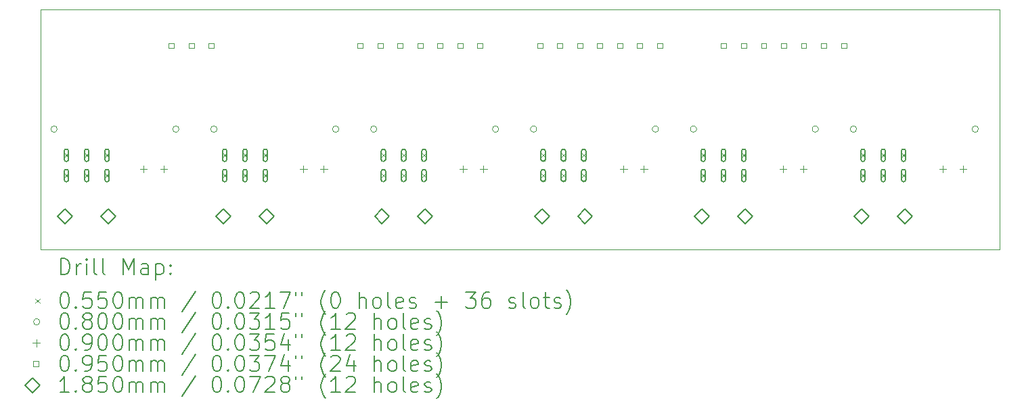
<source format=gbr>
%TF.GenerationSoftware,KiCad,Pcbnew,7.0.8*%
%TF.CreationDate,2024-02-11T23:31:05+01:00*%
%TF.ProjectId,BlankingRelay_Top2,426c616e-6b69-46e6-9752-656c61795f54,rev?*%
%TF.SameCoordinates,Original*%
%TF.FileFunction,Drillmap*%
%TF.FilePolarity,Positive*%
%FSLAX45Y45*%
G04 Gerber Fmt 4.5, Leading zero omitted, Abs format (unit mm)*
G04 Created by KiCad (PCBNEW 7.0.8) date 2024-02-11 23:31:05*
%MOMM*%
%LPD*%
G01*
G04 APERTURE LIST*
%ADD10C,0.100000*%
%ADD11C,0.200000*%
%ADD12C,0.055000*%
%ADD13C,0.080000*%
%ADD14C,0.090000*%
%ADD15C,0.095000*%
%ADD16C,0.185000*%
G04 APERTURE END LIST*
D10*
X5000000Y-5000000D02*
X17000000Y-5000000D01*
X17000000Y-8000000D01*
X5000000Y-8000000D01*
X5000000Y-5000000D01*
D11*
D12*
X5298500Y-6795500D02*
X5353500Y-6850500D01*
X5353500Y-6795500D02*
X5298500Y-6850500D01*
D11*
X5298500Y-6773000D02*
X5298500Y-6873000D01*
X5298500Y-6873000D02*
G75*
G03*
X5353500Y-6873000I27500J0D01*
G01*
X5353500Y-6873000D02*
X5353500Y-6773000D01*
X5353500Y-6773000D02*
G75*
G03*
X5298500Y-6773000I-27500J0D01*
G01*
D12*
X5298500Y-7049500D02*
X5353500Y-7104500D01*
X5353500Y-7049500D02*
X5298500Y-7104500D01*
D11*
X5298500Y-7027000D02*
X5298500Y-7127000D01*
X5298500Y-7127000D02*
G75*
G03*
X5353500Y-7127000I27500J0D01*
G01*
X5353500Y-7127000D02*
X5353500Y-7027000D01*
X5353500Y-7027000D02*
G75*
G03*
X5298500Y-7027000I-27500J0D01*
G01*
D12*
X5552500Y-6795500D02*
X5607500Y-6850500D01*
X5607500Y-6795500D02*
X5552500Y-6850500D01*
D11*
X5552500Y-6773000D02*
X5552500Y-6873000D01*
X5552500Y-6873000D02*
G75*
G03*
X5607500Y-6873000I27500J0D01*
G01*
X5607500Y-6873000D02*
X5607500Y-6773000D01*
X5607500Y-6773000D02*
G75*
G03*
X5552500Y-6773000I-27500J0D01*
G01*
D12*
X5552500Y-7049500D02*
X5607500Y-7104500D01*
X5607500Y-7049500D02*
X5552500Y-7104500D01*
D11*
X5552500Y-7027000D02*
X5552500Y-7127000D01*
X5552500Y-7127000D02*
G75*
G03*
X5607500Y-7127000I27500J0D01*
G01*
X5607500Y-7127000D02*
X5607500Y-7027000D01*
X5607500Y-7027000D02*
G75*
G03*
X5552500Y-7027000I-27500J0D01*
G01*
D12*
X5806500Y-6795500D02*
X5861500Y-6850500D01*
X5861500Y-6795500D02*
X5806500Y-6850500D01*
D11*
X5806500Y-6773000D02*
X5806500Y-6873000D01*
X5806500Y-6873000D02*
G75*
G03*
X5861500Y-6873000I27500J0D01*
G01*
X5861500Y-6873000D02*
X5861500Y-6773000D01*
X5861500Y-6773000D02*
G75*
G03*
X5806500Y-6773000I-27500J0D01*
G01*
D12*
X5806500Y-7049500D02*
X5861500Y-7104500D01*
X5861500Y-7049500D02*
X5806500Y-7104500D01*
D11*
X5806500Y-7027000D02*
X5806500Y-7127000D01*
X5806500Y-7127000D02*
G75*
G03*
X5861500Y-7127000I27500J0D01*
G01*
X5861500Y-7127000D02*
X5861500Y-7027000D01*
X5861500Y-7027000D02*
G75*
G03*
X5806500Y-7027000I-27500J0D01*
G01*
D12*
X7278500Y-6795500D02*
X7333500Y-6850500D01*
X7333500Y-6795500D02*
X7278500Y-6850500D01*
D11*
X7278500Y-6773000D02*
X7278500Y-6873000D01*
X7278500Y-6873000D02*
G75*
G03*
X7333500Y-6873000I27500J0D01*
G01*
X7333500Y-6873000D02*
X7333500Y-6773000D01*
X7333500Y-6773000D02*
G75*
G03*
X7278500Y-6773000I-27500J0D01*
G01*
D12*
X7278500Y-7049500D02*
X7333500Y-7104500D01*
X7333500Y-7049500D02*
X7278500Y-7104500D01*
D11*
X7278500Y-7027000D02*
X7278500Y-7127000D01*
X7278500Y-7127000D02*
G75*
G03*
X7333500Y-7127000I27500J0D01*
G01*
X7333500Y-7127000D02*
X7333500Y-7027000D01*
X7333500Y-7027000D02*
G75*
G03*
X7278500Y-7027000I-27500J0D01*
G01*
D12*
X7532500Y-6795500D02*
X7587500Y-6850500D01*
X7587500Y-6795500D02*
X7532500Y-6850500D01*
D11*
X7532500Y-6773000D02*
X7532500Y-6873000D01*
X7532500Y-6873000D02*
G75*
G03*
X7587500Y-6873000I27500J0D01*
G01*
X7587500Y-6873000D02*
X7587500Y-6773000D01*
X7587500Y-6773000D02*
G75*
G03*
X7532500Y-6773000I-27500J0D01*
G01*
D12*
X7532500Y-7049500D02*
X7587500Y-7104500D01*
X7587500Y-7049500D02*
X7532500Y-7104500D01*
D11*
X7532500Y-7027000D02*
X7532500Y-7127000D01*
X7532500Y-7127000D02*
G75*
G03*
X7587500Y-7127000I27500J0D01*
G01*
X7587500Y-7127000D02*
X7587500Y-7027000D01*
X7587500Y-7027000D02*
G75*
G03*
X7532500Y-7027000I-27500J0D01*
G01*
D12*
X7786500Y-6795500D02*
X7841500Y-6850500D01*
X7841500Y-6795500D02*
X7786500Y-6850500D01*
D11*
X7786500Y-6773000D02*
X7786500Y-6873000D01*
X7786500Y-6873000D02*
G75*
G03*
X7841500Y-6873000I27500J0D01*
G01*
X7841500Y-6873000D02*
X7841500Y-6773000D01*
X7841500Y-6773000D02*
G75*
G03*
X7786500Y-6773000I-27500J0D01*
G01*
D12*
X7786500Y-7049500D02*
X7841500Y-7104500D01*
X7841500Y-7049500D02*
X7786500Y-7104500D01*
D11*
X7786500Y-7027000D02*
X7786500Y-7127000D01*
X7786500Y-7127000D02*
G75*
G03*
X7841500Y-7127000I27500J0D01*
G01*
X7841500Y-7127000D02*
X7841500Y-7027000D01*
X7841500Y-7027000D02*
G75*
G03*
X7786500Y-7027000I-27500J0D01*
G01*
D12*
X9263500Y-6795500D02*
X9318500Y-6850500D01*
X9318500Y-6795500D02*
X9263500Y-6850500D01*
D11*
X9263500Y-6773000D02*
X9263500Y-6873000D01*
X9263500Y-6873000D02*
G75*
G03*
X9318500Y-6873000I27500J0D01*
G01*
X9318500Y-6873000D02*
X9318500Y-6773000D01*
X9318500Y-6773000D02*
G75*
G03*
X9263500Y-6773000I-27500J0D01*
G01*
D12*
X9263500Y-7049500D02*
X9318500Y-7104500D01*
X9318500Y-7049500D02*
X9263500Y-7104500D01*
D11*
X9263500Y-7027000D02*
X9263500Y-7127000D01*
X9263500Y-7127000D02*
G75*
G03*
X9318500Y-7127000I27500J0D01*
G01*
X9318500Y-7127000D02*
X9318500Y-7027000D01*
X9318500Y-7027000D02*
G75*
G03*
X9263500Y-7027000I-27500J0D01*
G01*
D12*
X9517500Y-6795500D02*
X9572500Y-6850500D01*
X9572500Y-6795500D02*
X9517500Y-6850500D01*
D11*
X9517500Y-6773000D02*
X9517500Y-6873000D01*
X9517500Y-6873000D02*
G75*
G03*
X9572500Y-6873000I27500J0D01*
G01*
X9572500Y-6873000D02*
X9572500Y-6773000D01*
X9572500Y-6773000D02*
G75*
G03*
X9517500Y-6773000I-27500J0D01*
G01*
D12*
X9517500Y-7049500D02*
X9572500Y-7104500D01*
X9572500Y-7049500D02*
X9517500Y-7104500D01*
D11*
X9517500Y-7027000D02*
X9517500Y-7127000D01*
X9517500Y-7127000D02*
G75*
G03*
X9572500Y-7127000I27500J0D01*
G01*
X9572500Y-7127000D02*
X9572500Y-7027000D01*
X9572500Y-7027000D02*
G75*
G03*
X9517500Y-7027000I-27500J0D01*
G01*
D12*
X9771500Y-6795500D02*
X9826500Y-6850500D01*
X9826500Y-6795500D02*
X9771500Y-6850500D01*
D11*
X9771500Y-6773000D02*
X9771500Y-6873000D01*
X9771500Y-6873000D02*
G75*
G03*
X9826500Y-6873000I27500J0D01*
G01*
X9826500Y-6873000D02*
X9826500Y-6773000D01*
X9826500Y-6773000D02*
G75*
G03*
X9771500Y-6773000I-27500J0D01*
G01*
D12*
X9771500Y-7049500D02*
X9826500Y-7104500D01*
X9826500Y-7049500D02*
X9771500Y-7104500D01*
D11*
X9771500Y-7027000D02*
X9771500Y-7127000D01*
X9771500Y-7127000D02*
G75*
G03*
X9826500Y-7127000I27500J0D01*
G01*
X9826500Y-7127000D02*
X9826500Y-7027000D01*
X9826500Y-7027000D02*
G75*
G03*
X9771500Y-7027000I-27500J0D01*
G01*
D12*
X11263500Y-6795500D02*
X11318500Y-6850500D01*
X11318500Y-6795500D02*
X11263500Y-6850500D01*
D11*
X11263500Y-6773000D02*
X11263500Y-6873000D01*
X11263500Y-6873000D02*
G75*
G03*
X11318500Y-6873000I27500J0D01*
G01*
X11318500Y-6873000D02*
X11318500Y-6773000D01*
X11318500Y-6773000D02*
G75*
G03*
X11263500Y-6773000I-27500J0D01*
G01*
D12*
X11263500Y-7049500D02*
X11318500Y-7104500D01*
X11318500Y-7049500D02*
X11263500Y-7104500D01*
D11*
X11263500Y-7027000D02*
X11263500Y-7127000D01*
X11263500Y-7127000D02*
G75*
G03*
X11318500Y-7127000I27500J0D01*
G01*
X11318500Y-7127000D02*
X11318500Y-7027000D01*
X11318500Y-7027000D02*
G75*
G03*
X11263500Y-7027000I-27500J0D01*
G01*
D12*
X11517500Y-6795500D02*
X11572500Y-6850500D01*
X11572500Y-6795500D02*
X11517500Y-6850500D01*
D11*
X11517500Y-6773000D02*
X11517500Y-6873000D01*
X11517500Y-6873000D02*
G75*
G03*
X11572500Y-6873000I27500J0D01*
G01*
X11572500Y-6873000D02*
X11572500Y-6773000D01*
X11572500Y-6773000D02*
G75*
G03*
X11517500Y-6773000I-27500J0D01*
G01*
D12*
X11517500Y-7049500D02*
X11572500Y-7104500D01*
X11572500Y-7049500D02*
X11517500Y-7104500D01*
D11*
X11517500Y-7027000D02*
X11517500Y-7127000D01*
X11517500Y-7127000D02*
G75*
G03*
X11572500Y-7127000I27500J0D01*
G01*
X11572500Y-7127000D02*
X11572500Y-7027000D01*
X11572500Y-7027000D02*
G75*
G03*
X11517500Y-7027000I-27500J0D01*
G01*
D12*
X11771500Y-6795500D02*
X11826500Y-6850500D01*
X11826500Y-6795500D02*
X11771500Y-6850500D01*
D11*
X11771500Y-6773000D02*
X11771500Y-6873000D01*
X11771500Y-6873000D02*
G75*
G03*
X11826500Y-6873000I27500J0D01*
G01*
X11826500Y-6873000D02*
X11826500Y-6773000D01*
X11826500Y-6773000D02*
G75*
G03*
X11771500Y-6773000I-27500J0D01*
G01*
D12*
X11771500Y-7049500D02*
X11826500Y-7104500D01*
X11826500Y-7049500D02*
X11771500Y-7104500D01*
D11*
X11771500Y-7027000D02*
X11771500Y-7127000D01*
X11771500Y-7127000D02*
G75*
G03*
X11826500Y-7127000I27500J0D01*
G01*
X11826500Y-7127000D02*
X11826500Y-7027000D01*
X11826500Y-7027000D02*
G75*
G03*
X11771500Y-7027000I-27500J0D01*
G01*
D12*
X13263500Y-6795500D02*
X13318500Y-6850500D01*
X13318500Y-6795500D02*
X13263500Y-6850500D01*
D11*
X13263500Y-6773000D02*
X13263500Y-6873000D01*
X13263500Y-6873000D02*
G75*
G03*
X13318500Y-6873000I27500J0D01*
G01*
X13318500Y-6873000D02*
X13318500Y-6773000D01*
X13318500Y-6773000D02*
G75*
G03*
X13263500Y-6773000I-27500J0D01*
G01*
D12*
X13263500Y-7049500D02*
X13318500Y-7104500D01*
X13318500Y-7049500D02*
X13263500Y-7104500D01*
D11*
X13263500Y-7027000D02*
X13263500Y-7127000D01*
X13263500Y-7127000D02*
G75*
G03*
X13318500Y-7127000I27500J0D01*
G01*
X13318500Y-7127000D02*
X13318500Y-7027000D01*
X13318500Y-7027000D02*
G75*
G03*
X13263500Y-7027000I-27500J0D01*
G01*
D12*
X13517500Y-6795500D02*
X13572500Y-6850500D01*
X13572500Y-6795500D02*
X13517500Y-6850500D01*
D11*
X13517500Y-6773000D02*
X13517500Y-6873000D01*
X13517500Y-6873000D02*
G75*
G03*
X13572500Y-6873000I27500J0D01*
G01*
X13572500Y-6873000D02*
X13572500Y-6773000D01*
X13572500Y-6773000D02*
G75*
G03*
X13517500Y-6773000I-27500J0D01*
G01*
D12*
X13517500Y-7049500D02*
X13572500Y-7104500D01*
X13572500Y-7049500D02*
X13517500Y-7104500D01*
D11*
X13517500Y-7027000D02*
X13517500Y-7127000D01*
X13517500Y-7127000D02*
G75*
G03*
X13572500Y-7127000I27500J0D01*
G01*
X13572500Y-7127000D02*
X13572500Y-7027000D01*
X13572500Y-7027000D02*
G75*
G03*
X13517500Y-7027000I-27500J0D01*
G01*
D12*
X13771500Y-6795500D02*
X13826500Y-6850500D01*
X13826500Y-6795500D02*
X13771500Y-6850500D01*
D11*
X13771500Y-6773000D02*
X13771500Y-6873000D01*
X13771500Y-6873000D02*
G75*
G03*
X13826500Y-6873000I27500J0D01*
G01*
X13826500Y-6873000D02*
X13826500Y-6773000D01*
X13826500Y-6773000D02*
G75*
G03*
X13771500Y-6773000I-27500J0D01*
G01*
D12*
X13771500Y-7049500D02*
X13826500Y-7104500D01*
X13826500Y-7049500D02*
X13771500Y-7104500D01*
D11*
X13771500Y-7027000D02*
X13771500Y-7127000D01*
X13771500Y-7127000D02*
G75*
G03*
X13826500Y-7127000I27500J0D01*
G01*
X13826500Y-7127000D02*
X13826500Y-7027000D01*
X13826500Y-7027000D02*
G75*
G03*
X13771500Y-7027000I-27500J0D01*
G01*
D12*
X15263500Y-6795500D02*
X15318500Y-6850500D01*
X15318500Y-6795500D02*
X15263500Y-6850500D01*
D11*
X15263500Y-6773000D02*
X15263500Y-6873000D01*
X15263500Y-6873000D02*
G75*
G03*
X15318500Y-6873000I27500J0D01*
G01*
X15318500Y-6873000D02*
X15318500Y-6773000D01*
X15318500Y-6773000D02*
G75*
G03*
X15263500Y-6773000I-27500J0D01*
G01*
D12*
X15263500Y-7049500D02*
X15318500Y-7104500D01*
X15318500Y-7049500D02*
X15263500Y-7104500D01*
D11*
X15263500Y-7027000D02*
X15263500Y-7127000D01*
X15263500Y-7127000D02*
G75*
G03*
X15318500Y-7127000I27500J0D01*
G01*
X15318500Y-7127000D02*
X15318500Y-7027000D01*
X15318500Y-7027000D02*
G75*
G03*
X15263500Y-7027000I-27500J0D01*
G01*
D12*
X15517500Y-6795500D02*
X15572500Y-6850500D01*
X15572500Y-6795500D02*
X15517500Y-6850500D01*
D11*
X15517500Y-6773000D02*
X15517500Y-6873000D01*
X15517500Y-6873000D02*
G75*
G03*
X15572500Y-6873000I27500J0D01*
G01*
X15572500Y-6873000D02*
X15572500Y-6773000D01*
X15572500Y-6773000D02*
G75*
G03*
X15517500Y-6773000I-27500J0D01*
G01*
D12*
X15517500Y-7049500D02*
X15572500Y-7104500D01*
X15572500Y-7049500D02*
X15517500Y-7104500D01*
D11*
X15517500Y-7027000D02*
X15517500Y-7127000D01*
X15517500Y-7127000D02*
G75*
G03*
X15572500Y-7127000I27500J0D01*
G01*
X15572500Y-7127000D02*
X15572500Y-7027000D01*
X15572500Y-7027000D02*
G75*
G03*
X15517500Y-7027000I-27500J0D01*
G01*
D12*
X15771500Y-6795500D02*
X15826500Y-6850500D01*
X15826500Y-6795500D02*
X15771500Y-6850500D01*
D11*
X15771500Y-6773000D02*
X15771500Y-6873000D01*
X15771500Y-6873000D02*
G75*
G03*
X15826500Y-6873000I27500J0D01*
G01*
X15826500Y-6873000D02*
X15826500Y-6773000D01*
X15826500Y-6773000D02*
G75*
G03*
X15771500Y-6773000I-27500J0D01*
G01*
D12*
X15771500Y-7049500D02*
X15826500Y-7104500D01*
X15826500Y-7049500D02*
X15771500Y-7104500D01*
D11*
X15771500Y-7027000D02*
X15771500Y-7127000D01*
X15771500Y-7127000D02*
G75*
G03*
X15826500Y-7127000I27500J0D01*
G01*
X15826500Y-7127000D02*
X15826500Y-7027000D01*
X15826500Y-7027000D02*
G75*
G03*
X15771500Y-7027000I-27500J0D01*
G01*
D13*
X5211000Y-6495000D02*
G75*
G03*
X5211000Y-6495000I-40000J0D01*
G01*
X6735000Y-6495000D02*
G75*
G03*
X6735000Y-6495000I-40000J0D01*
G01*
X7211000Y-6495000D02*
G75*
G03*
X7211000Y-6495000I-40000J0D01*
G01*
X8735000Y-6495000D02*
G75*
G03*
X8735000Y-6495000I-40000J0D01*
G01*
X9211000Y-6495000D02*
G75*
G03*
X9211000Y-6495000I-40000J0D01*
G01*
X10735000Y-6495000D02*
G75*
G03*
X10735000Y-6495000I-40000J0D01*
G01*
X11211000Y-6495000D02*
G75*
G03*
X11211000Y-6495000I-40000J0D01*
G01*
X12735000Y-6495000D02*
G75*
G03*
X12735000Y-6495000I-40000J0D01*
G01*
X13211000Y-6495000D02*
G75*
G03*
X13211000Y-6495000I-40000J0D01*
G01*
X14735000Y-6495000D02*
G75*
G03*
X14735000Y-6495000I-40000J0D01*
G01*
X15211000Y-6495000D02*
G75*
G03*
X15211000Y-6495000I-40000J0D01*
G01*
X16735000Y-6495000D02*
G75*
G03*
X16735000Y-6495000I-40000J0D01*
G01*
D14*
X6291000Y-6950000D02*
X6291000Y-7040000D01*
X6246000Y-6995000D02*
X6336000Y-6995000D01*
X6545000Y-6950000D02*
X6545000Y-7040000D01*
X6500000Y-6995000D02*
X6590000Y-6995000D01*
X8291000Y-6950000D02*
X8291000Y-7040000D01*
X8246000Y-6995000D02*
X8336000Y-6995000D01*
X8545000Y-6950000D02*
X8545000Y-7040000D01*
X8500000Y-6995000D02*
X8590000Y-6995000D01*
X10291000Y-6950000D02*
X10291000Y-7040000D01*
X10246000Y-6995000D02*
X10336000Y-6995000D01*
X10545000Y-6950000D02*
X10545000Y-7040000D01*
X10500000Y-6995000D02*
X10590000Y-6995000D01*
X12296000Y-6950000D02*
X12296000Y-7040000D01*
X12251000Y-6995000D02*
X12341000Y-6995000D01*
X12550000Y-6950000D02*
X12550000Y-7040000D01*
X12505000Y-6995000D02*
X12595000Y-6995000D01*
X14291000Y-6950000D02*
X14291000Y-7040000D01*
X14246000Y-6995000D02*
X14336000Y-6995000D01*
X14545000Y-6950000D02*
X14545000Y-7040000D01*
X14500000Y-6995000D02*
X14590000Y-6995000D01*
X16291000Y-6950000D02*
X16291000Y-7040000D01*
X16246000Y-6995000D02*
X16336000Y-6995000D01*
X16545000Y-6950000D02*
X16545000Y-7040000D01*
X16500000Y-6995000D02*
X16590000Y-6995000D01*
D15*
X6673588Y-5483588D02*
X6673588Y-5416412D01*
X6606412Y-5416412D01*
X6606412Y-5483588D01*
X6673588Y-5483588D01*
X6923588Y-5483588D02*
X6923588Y-5416412D01*
X6856412Y-5416412D01*
X6856412Y-5483588D01*
X6923588Y-5483588D01*
X7173588Y-5483588D02*
X7173588Y-5416412D01*
X7106412Y-5416412D01*
X7106412Y-5483588D01*
X7173588Y-5483588D01*
X9033588Y-5483588D02*
X9033588Y-5416412D01*
X8966412Y-5416412D01*
X8966412Y-5483588D01*
X9033588Y-5483588D01*
X9283588Y-5483588D02*
X9283588Y-5416412D01*
X9216412Y-5416412D01*
X9216412Y-5483588D01*
X9283588Y-5483588D01*
X9533588Y-5483588D02*
X9533588Y-5416412D01*
X9466412Y-5416412D01*
X9466412Y-5483588D01*
X9533588Y-5483588D01*
X9783588Y-5483588D02*
X9783588Y-5416412D01*
X9716412Y-5416412D01*
X9716412Y-5483588D01*
X9783588Y-5483588D01*
X10033588Y-5483588D02*
X10033588Y-5416412D01*
X9966412Y-5416412D01*
X9966412Y-5483588D01*
X10033588Y-5483588D01*
X10283588Y-5483588D02*
X10283588Y-5416412D01*
X10216412Y-5416412D01*
X10216412Y-5483588D01*
X10283588Y-5483588D01*
X10533588Y-5483588D02*
X10533588Y-5416412D01*
X10466412Y-5416412D01*
X10466412Y-5483588D01*
X10533588Y-5483588D01*
X11283588Y-5483588D02*
X11283588Y-5416412D01*
X11216412Y-5416412D01*
X11216412Y-5483588D01*
X11283588Y-5483588D01*
X11533588Y-5483588D02*
X11533588Y-5416412D01*
X11466412Y-5416412D01*
X11466412Y-5483588D01*
X11533588Y-5483588D01*
X11783588Y-5483588D02*
X11783588Y-5416412D01*
X11716412Y-5416412D01*
X11716412Y-5483588D01*
X11783588Y-5483588D01*
X12033588Y-5483588D02*
X12033588Y-5416412D01*
X11966412Y-5416412D01*
X11966412Y-5483588D01*
X12033588Y-5483588D01*
X12283588Y-5483588D02*
X12283588Y-5416412D01*
X12216412Y-5416412D01*
X12216412Y-5483588D01*
X12283588Y-5483588D01*
X12533588Y-5483588D02*
X12533588Y-5416412D01*
X12466412Y-5416412D01*
X12466412Y-5483588D01*
X12533588Y-5483588D01*
X12783588Y-5483588D02*
X12783588Y-5416412D01*
X12716412Y-5416412D01*
X12716412Y-5483588D01*
X12783588Y-5483588D01*
X13583588Y-5483588D02*
X13583588Y-5416412D01*
X13516412Y-5416412D01*
X13516412Y-5483588D01*
X13583588Y-5483588D01*
X13833588Y-5483588D02*
X13833588Y-5416412D01*
X13766412Y-5416412D01*
X13766412Y-5483588D01*
X13833588Y-5483588D01*
X14083588Y-5483588D02*
X14083588Y-5416412D01*
X14016412Y-5416412D01*
X14016412Y-5483588D01*
X14083588Y-5483588D01*
X14333588Y-5483588D02*
X14333588Y-5416412D01*
X14266412Y-5416412D01*
X14266412Y-5483588D01*
X14333588Y-5483588D01*
X14583588Y-5483588D02*
X14583588Y-5416412D01*
X14516412Y-5416412D01*
X14516412Y-5483588D01*
X14583588Y-5483588D01*
X14833588Y-5483588D02*
X14833588Y-5416412D01*
X14766412Y-5416412D01*
X14766412Y-5483588D01*
X14833588Y-5483588D01*
X15083588Y-5483588D02*
X15083588Y-5416412D01*
X15016412Y-5416412D01*
X15016412Y-5483588D01*
X15083588Y-5483588D01*
D16*
X5310000Y-7677500D02*
X5402500Y-7585000D01*
X5310000Y-7492500D01*
X5217500Y-7585000D01*
X5310000Y-7677500D01*
X5850000Y-7677500D02*
X5942500Y-7585000D01*
X5850000Y-7492500D01*
X5757500Y-7585000D01*
X5850000Y-7677500D01*
X7290000Y-7677500D02*
X7382500Y-7585000D01*
X7290000Y-7492500D01*
X7197500Y-7585000D01*
X7290000Y-7677500D01*
X7830000Y-7677500D02*
X7922500Y-7585000D01*
X7830000Y-7492500D01*
X7737500Y-7585000D01*
X7830000Y-7677500D01*
X9275000Y-7677500D02*
X9367500Y-7585000D01*
X9275000Y-7492500D01*
X9182500Y-7585000D01*
X9275000Y-7677500D01*
X9815000Y-7677500D02*
X9907500Y-7585000D01*
X9815000Y-7492500D01*
X9722500Y-7585000D01*
X9815000Y-7677500D01*
X11275000Y-7677500D02*
X11367500Y-7585000D01*
X11275000Y-7492500D01*
X11182500Y-7585000D01*
X11275000Y-7677500D01*
X11815000Y-7677500D02*
X11907500Y-7585000D01*
X11815000Y-7492500D01*
X11722500Y-7585000D01*
X11815000Y-7677500D01*
X13275000Y-7677500D02*
X13367500Y-7585000D01*
X13275000Y-7492500D01*
X13182500Y-7585000D01*
X13275000Y-7677500D01*
X13815000Y-7677500D02*
X13907500Y-7585000D01*
X13815000Y-7492500D01*
X13722500Y-7585000D01*
X13815000Y-7677500D01*
X15275000Y-7677500D02*
X15367500Y-7585000D01*
X15275000Y-7492500D01*
X15182500Y-7585000D01*
X15275000Y-7677500D01*
X15815000Y-7677500D02*
X15907500Y-7585000D01*
X15815000Y-7492500D01*
X15722500Y-7585000D01*
X15815000Y-7677500D01*
D11*
X5255777Y-8316484D02*
X5255777Y-8116484D01*
X5255777Y-8116484D02*
X5303396Y-8116484D01*
X5303396Y-8116484D02*
X5331967Y-8126008D01*
X5331967Y-8126008D02*
X5351015Y-8145055D01*
X5351015Y-8145055D02*
X5360539Y-8164103D01*
X5360539Y-8164103D02*
X5370063Y-8202198D01*
X5370063Y-8202198D02*
X5370063Y-8230769D01*
X5370063Y-8230769D02*
X5360539Y-8268865D01*
X5360539Y-8268865D02*
X5351015Y-8287912D01*
X5351015Y-8287912D02*
X5331967Y-8306960D01*
X5331967Y-8306960D02*
X5303396Y-8316484D01*
X5303396Y-8316484D02*
X5255777Y-8316484D01*
X5455777Y-8316484D02*
X5455777Y-8183150D01*
X5455777Y-8221246D02*
X5465301Y-8202198D01*
X5465301Y-8202198D02*
X5474824Y-8192674D01*
X5474824Y-8192674D02*
X5493872Y-8183150D01*
X5493872Y-8183150D02*
X5512920Y-8183150D01*
X5579586Y-8316484D02*
X5579586Y-8183150D01*
X5579586Y-8116484D02*
X5570063Y-8126008D01*
X5570063Y-8126008D02*
X5579586Y-8135531D01*
X5579586Y-8135531D02*
X5589110Y-8126008D01*
X5589110Y-8126008D02*
X5579586Y-8116484D01*
X5579586Y-8116484D02*
X5579586Y-8135531D01*
X5703396Y-8316484D02*
X5684348Y-8306960D01*
X5684348Y-8306960D02*
X5674824Y-8287912D01*
X5674824Y-8287912D02*
X5674824Y-8116484D01*
X5808158Y-8316484D02*
X5789110Y-8306960D01*
X5789110Y-8306960D02*
X5779586Y-8287912D01*
X5779586Y-8287912D02*
X5779586Y-8116484D01*
X6036729Y-8316484D02*
X6036729Y-8116484D01*
X6036729Y-8116484D02*
X6103396Y-8259341D01*
X6103396Y-8259341D02*
X6170062Y-8116484D01*
X6170062Y-8116484D02*
X6170062Y-8316484D01*
X6351015Y-8316484D02*
X6351015Y-8211722D01*
X6351015Y-8211722D02*
X6341491Y-8192674D01*
X6341491Y-8192674D02*
X6322443Y-8183150D01*
X6322443Y-8183150D02*
X6284348Y-8183150D01*
X6284348Y-8183150D02*
X6265301Y-8192674D01*
X6351015Y-8306960D02*
X6331967Y-8316484D01*
X6331967Y-8316484D02*
X6284348Y-8316484D01*
X6284348Y-8316484D02*
X6265301Y-8306960D01*
X6265301Y-8306960D02*
X6255777Y-8287912D01*
X6255777Y-8287912D02*
X6255777Y-8268865D01*
X6255777Y-8268865D02*
X6265301Y-8249817D01*
X6265301Y-8249817D02*
X6284348Y-8240293D01*
X6284348Y-8240293D02*
X6331967Y-8240293D01*
X6331967Y-8240293D02*
X6351015Y-8230769D01*
X6446253Y-8183150D02*
X6446253Y-8383150D01*
X6446253Y-8192674D02*
X6465301Y-8183150D01*
X6465301Y-8183150D02*
X6503396Y-8183150D01*
X6503396Y-8183150D02*
X6522443Y-8192674D01*
X6522443Y-8192674D02*
X6531967Y-8202198D01*
X6531967Y-8202198D02*
X6541491Y-8221246D01*
X6541491Y-8221246D02*
X6541491Y-8278388D01*
X6541491Y-8278388D02*
X6531967Y-8297436D01*
X6531967Y-8297436D02*
X6522443Y-8306960D01*
X6522443Y-8306960D02*
X6503396Y-8316484D01*
X6503396Y-8316484D02*
X6465301Y-8316484D01*
X6465301Y-8316484D02*
X6446253Y-8306960D01*
X6627205Y-8297436D02*
X6636729Y-8306960D01*
X6636729Y-8306960D02*
X6627205Y-8316484D01*
X6627205Y-8316484D02*
X6617682Y-8306960D01*
X6617682Y-8306960D02*
X6627205Y-8297436D01*
X6627205Y-8297436D02*
X6627205Y-8316484D01*
X6627205Y-8192674D02*
X6636729Y-8202198D01*
X6636729Y-8202198D02*
X6627205Y-8211722D01*
X6627205Y-8211722D02*
X6617682Y-8202198D01*
X6617682Y-8202198D02*
X6627205Y-8192674D01*
X6627205Y-8192674D02*
X6627205Y-8211722D01*
D12*
X4940000Y-8617500D02*
X4995000Y-8672500D01*
X4995000Y-8617500D02*
X4940000Y-8672500D01*
D11*
X5293872Y-8536484D02*
X5312920Y-8536484D01*
X5312920Y-8536484D02*
X5331967Y-8546008D01*
X5331967Y-8546008D02*
X5341491Y-8555531D01*
X5341491Y-8555531D02*
X5351015Y-8574579D01*
X5351015Y-8574579D02*
X5360539Y-8612674D01*
X5360539Y-8612674D02*
X5360539Y-8660293D01*
X5360539Y-8660293D02*
X5351015Y-8698389D01*
X5351015Y-8698389D02*
X5341491Y-8717436D01*
X5341491Y-8717436D02*
X5331967Y-8726960D01*
X5331967Y-8726960D02*
X5312920Y-8736484D01*
X5312920Y-8736484D02*
X5293872Y-8736484D01*
X5293872Y-8736484D02*
X5274824Y-8726960D01*
X5274824Y-8726960D02*
X5265301Y-8717436D01*
X5265301Y-8717436D02*
X5255777Y-8698389D01*
X5255777Y-8698389D02*
X5246253Y-8660293D01*
X5246253Y-8660293D02*
X5246253Y-8612674D01*
X5246253Y-8612674D02*
X5255777Y-8574579D01*
X5255777Y-8574579D02*
X5265301Y-8555531D01*
X5265301Y-8555531D02*
X5274824Y-8546008D01*
X5274824Y-8546008D02*
X5293872Y-8536484D01*
X5446253Y-8717436D02*
X5455777Y-8726960D01*
X5455777Y-8726960D02*
X5446253Y-8736484D01*
X5446253Y-8736484D02*
X5436729Y-8726960D01*
X5436729Y-8726960D02*
X5446253Y-8717436D01*
X5446253Y-8717436D02*
X5446253Y-8736484D01*
X5636729Y-8536484D02*
X5541491Y-8536484D01*
X5541491Y-8536484D02*
X5531967Y-8631722D01*
X5531967Y-8631722D02*
X5541491Y-8622198D01*
X5541491Y-8622198D02*
X5560539Y-8612674D01*
X5560539Y-8612674D02*
X5608158Y-8612674D01*
X5608158Y-8612674D02*
X5627205Y-8622198D01*
X5627205Y-8622198D02*
X5636729Y-8631722D01*
X5636729Y-8631722D02*
X5646253Y-8650770D01*
X5646253Y-8650770D02*
X5646253Y-8698389D01*
X5646253Y-8698389D02*
X5636729Y-8717436D01*
X5636729Y-8717436D02*
X5627205Y-8726960D01*
X5627205Y-8726960D02*
X5608158Y-8736484D01*
X5608158Y-8736484D02*
X5560539Y-8736484D01*
X5560539Y-8736484D02*
X5541491Y-8726960D01*
X5541491Y-8726960D02*
X5531967Y-8717436D01*
X5827205Y-8536484D02*
X5731967Y-8536484D01*
X5731967Y-8536484D02*
X5722443Y-8631722D01*
X5722443Y-8631722D02*
X5731967Y-8622198D01*
X5731967Y-8622198D02*
X5751015Y-8612674D01*
X5751015Y-8612674D02*
X5798634Y-8612674D01*
X5798634Y-8612674D02*
X5817682Y-8622198D01*
X5817682Y-8622198D02*
X5827205Y-8631722D01*
X5827205Y-8631722D02*
X5836729Y-8650770D01*
X5836729Y-8650770D02*
X5836729Y-8698389D01*
X5836729Y-8698389D02*
X5827205Y-8717436D01*
X5827205Y-8717436D02*
X5817682Y-8726960D01*
X5817682Y-8726960D02*
X5798634Y-8736484D01*
X5798634Y-8736484D02*
X5751015Y-8736484D01*
X5751015Y-8736484D02*
X5731967Y-8726960D01*
X5731967Y-8726960D02*
X5722443Y-8717436D01*
X5960539Y-8536484D02*
X5979586Y-8536484D01*
X5979586Y-8536484D02*
X5998634Y-8546008D01*
X5998634Y-8546008D02*
X6008158Y-8555531D01*
X6008158Y-8555531D02*
X6017682Y-8574579D01*
X6017682Y-8574579D02*
X6027205Y-8612674D01*
X6027205Y-8612674D02*
X6027205Y-8660293D01*
X6027205Y-8660293D02*
X6017682Y-8698389D01*
X6017682Y-8698389D02*
X6008158Y-8717436D01*
X6008158Y-8717436D02*
X5998634Y-8726960D01*
X5998634Y-8726960D02*
X5979586Y-8736484D01*
X5979586Y-8736484D02*
X5960539Y-8736484D01*
X5960539Y-8736484D02*
X5941491Y-8726960D01*
X5941491Y-8726960D02*
X5931967Y-8717436D01*
X5931967Y-8717436D02*
X5922443Y-8698389D01*
X5922443Y-8698389D02*
X5912920Y-8660293D01*
X5912920Y-8660293D02*
X5912920Y-8612674D01*
X5912920Y-8612674D02*
X5922443Y-8574579D01*
X5922443Y-8574579D02*
X5931967Y-8555531D01*
X5931967Y-8555531D02*
X5941491Y-8546008D01*
X5941491Y-8546008D02*
X5960539Y-8536484D01*
X6112920Y-8736484D02*
X6112920Y-8603150D01*
X6112920Y-8622198D02*
X6122443Y-8612674D01*
X6122443Y-8612674D02*
X6141491Y-8603150D01*
X6141491Y-8603150D02*
X6170063Y-8603150D01*
X6170063Y-8603150D02*
X6189110Y-8612674D01*
X6189110Y-8612674D02*
X6198634Y-8631722D01*
X6198634Y-8631722D02*
X6198634Y-8736484D01*
X6198634Y-8631722D02*
X6208158Y-8612674D01*
X6208158Y-8612674D02*
X6227205Y-8603150D01*
X6227205Y-8603150D02*
X6255777Y-8603150D01*
X6255777Y-8603150D02*
X6274824Y-8612674D01*
X6274824Y-8612674D02*
X6284348Y-8631722D01*
X6284348Y-8631722D02*
X6284348Y-8736484D01*
X6379586Y-8736484D02*
X6379586Y-8603150D01*
X6379586Y-8622198D02*
X6389110Y-8612674D01*
X6389110Y-8612674D02*
X6408158Y-8603150D01*
X6408158Y-8603150D02*
X6436729Y-8603150D01*
X6436729Y-8603150D02*
X6455777Y-8612674D01*
X6455777Y-8612674D02*
X6465301Y-8631722D01*
X6465301Y-8631722D02*
X6465301Y-8736484D01*
X6465301Y-8631722D02*
X6474824Y-8612674D01*
X6474824Y-8612674D02*
X6493872Y-8603150D01*
X6493872Y-8603150D02*
X6522443Y-8603150D01*
X6522443Y-8603150D02*
X6541491Y-8612674D01*
X6541491Y-8612674D02*
X6551015Y-8631722D01*
X6551015Y-8631722D02*
X6551015Y-8736484D01*
X6941491Y-8526960D02*
X6770063Y-8784103D01*
X7198634Y-8536484D02*
X7217682Y-8536484D01*
X7217682Y-8536484D02*
X7236729Y-8546008D01*
X7236729Y-8546008D02*
X7246253Y-8555531D01*
X7246253Y-8555531D02*
X7255777Y-8574579D01*
X7255777Y-8574579D02*
X7265301Y-8612674D01*
X7265301Y-8612674D02*
X7265301Y-8660293D01*
X7265301Y-8660293D02*
X7255777Y-8698389D01*
X7255777Y-8698389D02*
X7246253Y-8717436D01*
X7246253Y-8717436D02*
X7236729Y-8726960D01*
X7236729Y-8726960D02*
X7217682Y-8736484D01*
X7217682Y-8736484D02*
X7198634Y-8736484D01*
X7198634Y-8736484D02*
X7179586Y-8726960D01*
X7179586Y-8726960D02*
X7170063Y-8717436D01*
X7170063Y-8717436D02*
X7160539Y-8698389D01*
X7160539Y-8698389D02*
X7151015Y-8660293D01*
X7151015Y-8660293D02*
X7151015Y-8612674D01*
X7151015Y-8612674D02*
X7160539Y-8574579D01*
X7160539Y-8574579D02*
X7170063Y-8555531D01*
X7170063Y-8555531D02*
X7179586Y-8546008D01*
X7179586Y-8546008D02*
X7198634Y-8536484D01*
X7351015Y-8717436D02*
X7360539Y-8726960D01*
X7360539Y-8726960D02*
X7351015Y-8736484D01*
X7351015Y-8736484D02*
X7341491Y-8726960D01*
X7341491Y-8726960D02*
X7351015Y-8717436D01*
X7351015Y-8717436D02*
X7351015Y-8736484D01*
X7484348Y-8536484D02*
X7503396Y-8536484D01*
X7503396Y-8536484D02*
X7522444Y-8546008D01*
X7522444Y-8546008D02*
X7531967Y-8555531D01*
X7531967Y-8555531D02*
X7541491Y-8574579D01*
X7541491Y-8574579D02*
X7551015Y-8612674D01*
X7551015Y-8612674D02*
X7551015Y-8660293D01*
X7551015Y-8660293D02*
X7541491Y-8698389D01*
X7541491Y-8698389D02*
X7531967Y-8717436D01*
X7531967Y-8717436D02*
X7522444Y-8726960D01*
X7522444Y-8726960D02*
X7503396Y-8736484D01*
X7503396Y-8736484D02*
X7484348Y-8736484D01*
X7484348Y-8736484D02*
X7465301Y-8726960D01*
X7465301Y-8726960D02*
X7455777Y-8717436D01*
X7455777Y-8717436D02*
X7446253Y-8698389D01*
X7446253Y-8698389D02*
X7436729Y-8660293D01*
X7436729Y-8660293D02*
X7436729Y-8612674D01*
X7436729Y-8612674D02*
X7446253Y-8574579D01*
X7446253Y-8574579D02*
X7455777Y-8555531D01*
X7455777Y-8555531D02*
X7465301Y-8546008D01*
X7465301Y-8546008D02*
X7484348Y-8536484D01*
X7627206Y-8555531D02*
X7636729Y-8546008D01*
X7636729Y-8546008D02*
X7655777Y-8536484D01*
X7655777Y-8536484D02*
X7703396Y-8536484D01*
X7703396Y-8536484D02*
X7722444Y-8546008D01*
X7722444Y-8546008D02*
X7731967Y-8555531D01*
X7731967Y-8555531D02*
X7741491Y-8574579D01*
X7741491Y-8574579D02*
X7741491Y-8593627D01*
X7741491Y-8593627D02*
X7731967Y-8622198D01*
X7731967Y-8622198D02*
X7617682Y-8736484D01*
X7617682Y-8736484D02*
X7741491Y-8736484D01*
X7931967Y-8736484D02*
X7817682Y-8736484D01*
X7874825Y-8736484D02*
X7874825Y-8536484D01*
X7874825Y-8536484D02*
X7855777Y-8565055D01*
X7855777Y-8565055D02*
X7836729Y-8584103D01*
X7836729Y-8584103D02*
X7817682Y-8593627D01*
X7998634Y-8536484D02*
X8131967Y-8536484D01*
X8131967Y-8536484D02*
X8046253Y-8736484D01*
X8198634Y-8536484D02*
X8198634Y-8574579D01*
X8274825Y-8536484D02*
X8274825Y-8574579D01*
X8570063Y-8812674D02*
X8560539Y-8803150D01*
X8560539Y-8803150D02*
X8541491Y-8774579D01*
X8541491Y-8774579D02*
X8531968Y-8755531D01*
X8531968Y-8755531D02*
X8522444Y-8726960D01*
X8522444Y-8726960D02*
X8512920Y-8679341D01*
X8512920Y-8679341D02*
X8512920Y-8641246D01*
X8512920Y-8641246D02*
X8522444Y-8593627D01*
X8522444Y-8593627D02*
X8531968Y-8565055D01*
X8531968Y-8565055D02*
X8541491Y-8546008D01*
X8541491Y-8546008D02*
X8560539Y-8517436D01*
X8560539Y-8517436D02*
X8570063Y-8507912D01*
X8684349Y-8536484D02*
X8703396Y-8536484D01*
X8703396Y-8536484D02*
X8722444Y-8546008D01*
X8722444Y-8546008D02*
X8731968Y-8555531D01*
X8731968Y-8555531D02*
X8741491Y-8574579D01*
X8741491Y-8574579D02*
X8751015Y-8612674D01*
X8751015Y-8612674D02*
X8751015Y-8660293D01*
X8751015Y-8660293D02*
X8741491Y-8698389D01*
X8741491Y-8698389D02*
X8731968Y-8717436D01*
X8731968Y-8717436D02*
X8722444Y-8726960D01*
X8722444Y-8726960D02*
X8703396Y-8736484D01*
X8703396Y-8736484D02*
X8684349Y-8736484D01*
X8684349Y-8736484D02*
X8665301Y-8726960D01*
X8665301Y-8726960D02*
X8655777Y-8717436D01*
X8655777Y-8717436D02*
X8646253Y-8698389D01*
X8646253Y-8698389D02*
X8636730Y-8660293D01*
X8636730Y-8660293D02*
X8636730Y-8612674D01*
X8636730Y-8612674D02*
X8646253Y-8574579D01*
X8646253Y-8574579D02*
X8655777Y-8555531D01*
X8655777Y-8555531D02*
X8665301Y-8546008D01*
X8665301Y-8546008D02*
X8684349Y-8536484D01*
X8989111Y-8736484D02*
X8989111Y-8536484D01*
X9074825Y-8736484D02*
X9074825Y-8631722D01*
X9074825Y-8631722D02*
X9065301Y-8612674D01*
X9065301Y-8612674D02*
X9046253Y-8603150D01*
X9046253Y-8603150D02*
X9017682Y-8603150D01*
X9017682Y-8603150D02*
X8998634Y-8612674D01*
X8998634Y-8612674D02*
X8989111Y-8622198D01*
X9198634Y-8736484D02*
X9179587Y-8726960D01*
X9179587Y-8726960D02*
X9170063Y-8717436D01*
X9170063Y-8717436D02*
X9160539Y-8698389D01*
X9160539Y-8698389D02*
X9160539Y-8641246D01*
X9160539Y-8641246D02*
X9170063Y-8622198D01*
X9170063Y-8622198D02*
X9179587Y-8612674D01*
X9179587Y-8612674D02*
X9198634Y-8603150D01*
X9198634Y-8603150D02*
X9227206Y-8603150D01*
X9227206Y-8603150D02*
X9246253Y-8612674D01*
X9246253Y-8612674D02*
X9255777Y-8622198D01*
X9255777Y-8622198D02*
X9265301Y-8641246D01*
X9265301Y-8641246D02*
X9265301Y-8698389D01*
X9265301Y-8698389D02*
X9255777Y-8717436D01*
X9255777Y-8717436D02*
X9246253Y-8726960D01*
X9246253Y-8726960D02*
X9227206Y-8736484D01*
X9227206Y-8736484D02*
X9198634Y-8736484D01*
X9379587Y-8736484D02*
X9360539Y-8726960D01*
X9360539Y-8726960D02*
X9351015Y-8707912D01*
X9351015Y-8707912D02*
X9351015Y-8536484D01*
X9531968Y-8726960D02*
X9512920Y-8736484D01*
X9512920Y-8736484D02*
X9474825Y-8736484D01*
X9474825Y-8736484D02*
X9455777Y-8726960D01*
X9455777Y-8726960D02*
X9446253Y-8707912D01*
X9446253Y-8707912D02*
X9446253Y-8631722D01*
X9446253Y-8631722D02*
X9455777Y-8612674D01*
X9455777Y-8612674D02*
X9474825Y-8603150D01*
X9474825Y-8603150D02*
X9512920Y-8603150D01*
X9512920Y-8603150D02*
X9531968Y-8612674D01*
X9531968Y-8612674D02*
X9541492Y-8631722D01*
X9541492Y-8631722D02*
X9541492Y-8650770D01*
X9541492Y-8650770D02*
X9446253Y-8669817D01*
X9617682Y-8726960D02*
X9636730Y-8736484D01*
X9636730Y-8736484D02*
X9674825Y-8736484D01*
X9674825Y-8736484D02*
X9693873Y-8726960D01*
X9693873Y-8726960D02*
X9703396Y-8707912D01*
X9703396Y-8707912D02*
X9703396Y-8698389D01*
X9703396Y-8698389D02*
X9693873Y-8679341D01*
X9693873Y-8679341D02*
X9674825Y-8669817D01*
X9674825Y-8669817D02*
X9646253Y-8669817D01*
X9646253Y-8669817D02*
X9627206Y-8660293D01*
X9627206Y-8660293D02*
X9617682Y-8641246D01*
X9617682Y-8641246D02*
X9617682Y-8631722D01*
X9617682Y-8631722D02*
X9627206Y-8612674D01*
X9627206Y-8612674D02*
X9646253Y-8603150D01*
X9646253Y-8603150D02*
X9674825Y-8603150D01*
X9674825Y-8603150D02*
X9693873Y-8612674D01*
X9941492Y-8660293D02*
X10093873Y-8660293D01*
X10017682Y-8736484D02*
X10017682Y-8584103D01*
X10322444Y-8536484D02*
X10446254Y-8536484D01*
X10446254Y-8536484D02*
X10379587Y-8612674D01*
X10379587Y-8612674D02*
X10408158Y-8612674D01*
X10408158Y-8612674D02*
X10427206Y-8622198D01*
X10427206Y-8622198D02*
X10436730Y-8631722D01*
X10436730Y-8631722D02*
X10446254Y-8650770D01*
X10446254Y-8650770D02*
X10446254Y-8698389D01*
X10446254Y-8698389D02*
X10436730Y-8717436D01*
X10436730Y-8717436D02*
X10427206Y-8726960D01*
X10427206Y-8726960D02*
X10408158Y-8736484D01*
X10408158Y-8736484D02*
X10351015Y-8736484D01*
X10351015Y-8736484D02*
X10331968Y-8726960D01*
X10331968Y-8726960D02*
X10322444Y-8717436D01*
X10617682Y-8536484D02*
X10579587Y-8536484D01*
X10579587Y-8536484D02*
X10560539Y-8546008D01*
X10560539Y-8546008D02*
X10551015Y-8555531D01*
X10551015Y-8555531D02*
X10531968Y-8584103D01*
X10531968Y-8584103D02*
X10522444Y-8622198D01*
X10522444Y-8622198D02*
X10522444Y-8698389D01*
X10522444Y-8698389D02*
X10531968Y-8717436D01*
X10531968Y-8717436D02*
X10541492Y-8726960D01*
X10541492Y-8726960D02*
X10560539Y-8736484D01*
X10560539Y-8736484D02*
X10598635Y-8736484D01*
X10598635Y-8736484D02*
X10617682Y-8726960D01*
X10617682Y-8726960D02*
X10627206Y-8717436D01*
X10627206Y-8717436D02*
X10636730Y-8698389D01*
X10636730Y-8698389D02*
X10636730Y-8650770D01*
X10636730Y-8650770D02*
X10627206Y-8631722D01*
X10627206Y-8631722D02*
X10617682Y-8622198D01*
X10617682Y-8622198D02*
X10598635Y-8612674D01*
X10598635Y-8612674D02*
X10560539Y-8612674D01*
X10560539Y-8612674D02*
X10541492Y-8622198D01*
X10541492Y-8622198D02*
X10531968Y-8631722D01*
X10531968Y-8631722D02*
X10522444Y-8650770D01*
X10865301Y-8726960D02*
X10884349Y-8736484D01*
X10884349Y-8736484D02*
X10922444Y-8736484D01*
X10922444Y-8736484D02*
X10941492Y-8726960D01*
X10941492Y-8726960D02*
X10951016Y-8707912D01*
X10951016Y-8707912D02*
X10951016Y-8698389D01*
X10951016Y-8698389D02*
X10941492Y-8679341D01*
X10941492Y-8679341D02*
X10922444Y-8669817D01*
X10922444Y-8669817D02*
X10893873Y-8669817D01*
X10893873Y-8669817D02*
X10874825Y-8660293D01*
X10874825Y-8660293D02*
X10865301Y-8641246D01*
X10865301Y-8641246D02*
X10865301Y-8631722D01*
X10865301Y-8631722D02*
X10874825Y-8612674D01*
X10874825Y-8612674D02*
X10893873Y-8603150D01*
X10893873Y-8603150D02*
X10922444Y-8603150D01*
X10922444Y-8603150D02*
X10941492Y-8612674D01*
X11065301Y-8736484D02*
X11046254Y-8726960D01*
X11046254Y-8726960D02*
X11036730Y-8707912D01*
X11036730Y-8707912D02*
X11036730Y-8536484D01*
X11170063Y-8736484D02*
X11151016Y-8726960D01*
X11151016Y-8726960D02*
X11141492Y-8717436D01*
X11141492Y-8717436D02*
X11131968Y-8698389D01*
X11131968Y-8698389D02*
X11131968Y-8641246D01*
X11131968Y-8641246D02*
X11141492Y-8622198D01*
X11141492Y-8622198D02*
X11151016Y-8612674D01*
X11151016Y-8612674D02*
X11170063Y-8603150D01*
X11170063Y-8603150D02*
X11198635Y-8603150D01*
X11198635Y-8603150D02*
X11217682Y-8612674D01*
X11217682Y-8612674D02*
X11227206Y-8622198D01*
X11227206Y-8622198D02*
X11236730Y-8641246D01*
X11236730Y-8641246D02*
X11236730Y-8698389D01*
X11236730Y-8698389D02*
X11227206Y-8717436D01*
X11227206Y-8717436D02*
X11217682Y-8726960D01*
X11217682Y-8726960D02*
X11198635Y-8736484D01*
X11198635Y-8736484D02*
X11170063Y-8736484D01*
X11293873Y-8603150D02*
X11370063Y-8603150D01*
X11322444Y-8536484D02*
X11322444Y-8707912D01*
X11322444Y-8707912D02*
X11331968Y-8726960D01*
X11331968Y-8726960D02*
X11351015Y-8736484D01*
X11351015Y-8736484D02*
X11370063Y-8736484D01*
X11427206Y-8726960D02*
X11446254Y-8736484D01*
X11446254Y-8736484D02*
X11484349Y-8736484D01*
X11484349Y-8736484D02*
X11503396Y-8726960D01*
X11503396Y-8726960D02*
X11512920Y-8707912D01*
X11512920Y-8707912D02*
X11512920Y-8698389D01*
X11512920Y-8698389D02*
X11503396Y-8679341D01*
X11503396Y-8679341D02*
X11484349Y-8669817D01*
X11484349Y-8669817D02*
X11455777Y-8669817D01*
X11455777Y-8669817D02*
X11436730Y-8660293D01*
X11436730Y-8660293D02*
X11427206Y-8641246D01*
X11427206Y-8641246D02*
X11427206Y-8631722D01*
X11427206Y-8631722D02*
X11436730Y-8612674D01*
X11436730Y-8612674D02*
X11455777Y-8603150D01*
X11455777Y-8603150D02*
X11484349Y-8603150D01*
X11484349Y-8603150D02*
X11503396Y-8612674D01*
X11579587Y-8812674D02*
X11589111Y-8803150D01*
X11589111Y-8803150D02*
X11608158Y-8774579D01*
X11608158Y-8774579D02*
X11617682Y-8755531D01*
X11617682Y-8755531D02*
X11627206Y-8726960D01*
X11627206Y-8726960D02*
X11636730Y-8679341D01*
X11636730Y-8679341D02*
X11636730Y-8641246D01*
X11636730Y-8641246D02*
X11627206Y-8593627D01*
X11627206Y-8593627D02*
X11617682Y-8565055D01*
X11617682Y-8565055D02*
X11608158Y-8546008D01*
X11608158Y-8546008D02*
X11589111Y-8517436D01*
X11589111Y-8517436D02*
X11579587Y-8507912D01*
D13*
X4995000Y-8909000D02*
G75*
G03*
X4995000Y-8909000I-40000J0D01*
G01*
D11*
X5293872Y-8800484D02*
X5312920Y-8800484D01*
X5312920Y-8800484D02*
X5331967Y-8810008D01*
X5331967Y-8810008D02*
X5341491Y-8819531D01*
X5341491Y-8819531D02*
X5351015Y-8838579D01*
X5351015Y-8838579D02*
X5360539Y-8876674D01*
X5360539Y-8876674D02*
X5360539Y-8924293D01*
X5360539Y-8924293D02*
X5351015Y-8962389D01*
X5351015Y-8962389D02*
X5341491Y-8981436D01*
X5341491Y-8981436D02*
X5331967Y-8990960D01*
X5331967Y-8990960D02*
X5312920Y-9000484D01*
X5312920Y-9000484D02*
X5293872Y-9000484D01*
X5293872Y-9000484D02*
X5274824Y-8990960D01*
X5274824Y-8990960D02*
X5265301Y-8981436D01*
X5265301Y-8981436D02*
X5255777Y-8962389D01*
X5255777Y-8962389D02*
X5246253Y-8924293D01*
X5246253Y-8924293D02*
X5246253Y-8876674D01*
X5246253Y-8876674D02*
X5255777Y-8838579D01*
X5255777Y-8838579D02*
X5265301Y-8819531D01*
X5265301Y-8819531D02*
X5274824Y-8810008D01*
X5274824Y-8810008D02*
X5293872Y-8800484D01*
X5446253Y-8981436D02*
X5455777Y-8990960D01*
X5455777Y-8990960D02*
X5446253Y-9000484D01*
X5446253Y-9000484D02*
X5436729Y-8990960D01*
X5436729Y-8990960D02*
X5446253Y-8981436D01*
X5446253Y-8981436D02*
X5446253Y-9000484D01*
X5570063Y-8886198D02*
X5551015Y-8876674D01*
X5551015Y-8876674D02*
X5541491Y-8867150D01*
X5541491Y-8867150D02*
X5531967Y-8848103D01*
X5531967Y-8848103D02*
X5531967Y-8838579D01*
X5531967Y-8838579D02*
X5541491Y-8819531D01*
X5541491Y-8819531D02*
X5551015Y-8810008D01*
X5551015Y-8810008D02*
X5570063Y-8800484D01*
X5570063Y-8800484D02*
X5608158Y-8800484D01*
X5608158Y-8800484D02*
X5627205Y-8810008D01*
X5627205Y-8810008D02*
X5636729Y-8819531D01*
X5636729Y-8819531D02*
X5646253Y-8838579D01*
X5646253Y-8838579D02*
X5646253Y-8848103D01*
X5646253Y-8848103D02*
X5636729Y-8867150D01*
X5636729Y-8867150D02*
X5627205Y-8876674D01*
X5627205Y-8876674D02*
X5608158Y-8886198D01*
X5608158Y-8886198D02*
X5570063Y-8886198D01*
X5570063Y-8886198D02*
X5551015Y-8895722D01*
X5551015Y-8895722D02*
X5541491Y-8905246D01*
X5541491Y-8905246D02*
X5531967Y-8924293D01*
X5531967Y-8924293D02*
X5531967Y-8962389D01*
X5531967Y-8962389D02*
X5541491Y-8981436D01*
X5541491Y-8981436D02*
X5551015Y-8990960D01*
X5551015Y-8990960D02*
X5570063Y-9000484D01*
X5570063Y-9000484D02*
X5608158Y-9000484D01*
X5608158Y-9000484D02*
X5627205Y-8990960D01*
X5627205Y-8990960D02*
X5636729Y-8981436D01*
X5636729Y-8981436D02*
X5646253Y-8962389D01*
X5646253Y-8962389D02*
X5646253Y-8924293D01*
X5646253Y-8924293D02*
X5636729Y-8905246D01*
X5636729Y-8905246D02*
X5627205Y-8895722D01*
X5627205Y-8895722D02*
X5608158Y-8886198D01*
X5770062Y-8800484D02*
X5789110Y-8800484D01*
X5789110Y-8800484D02*
X5808158Y-8810008D01*
X5808158Y-8810008D02*
X5817682Y-8819531D01*
X5817682Y-8819531D02*
X5827205Y-8838579D01*
X5827205Y-8838579D02*
X5836729Y-8876674D01*
X5836729Y-8876674D02*
X5836729Y-8924293D01*
X5836729Y-8924293D02*
X5827205Y-8962389D01*
X5827205Y-8962389D02*
X5817682Y-8981436D01*
X5817682Y-8981436D02*
X5808158Y-8990960D01*
X5808158Y-8990960D02*
X5789110Y-9000484D01*
X5789110Y-9000484D02*
X5770062Y-9000484D01*
X5770062Y-9000484D02*
X5751015Y-8990960D01*
X5751015Y-8990960D02*
X5741491Y-8981436D01*
X5741491Y-8981436D02*
X5731967Y-8962389D01*
X5731967Y-8962389D02*
X5722443Y-8924293D01*
X5722443Y-8924293D02*
X5722443Y-8876674D01*
X5722443Y-8876674D02*
X5731967Y-8838579D01*
X5731967Y-8838579D02*
X5741491Y-8819531D01*
X5741491Y-8819531D02*
X5751015Y-8810008D01*
X5751015Y-8810008D02*
X5770062Y-8800484D01*
X5960539Y-8800484D02*
X5979586Y-8800484D01*
X5979586Y-8800484D02*
X5998634Y-8810008D01*
X5998634Y-8810008D02*
X6008158Y-8819531D01*
X6008158Y-8819531D02*
X6017682Y-8838579D01*
X6017682Y-8838579D02*
X6027205Y-8876674D01*
X6027205Y-8876674D02*
X6027205Y-8924293D01*
X6027205Y-8924293D02*
X6017682Y-8962389D01*
X6017682Y-8962389D02*
X6008158Y-8981436D01*
X6008158Y-8981436D02*
X5998634Y-8990960D01*
X5998634Y-8990960D02*
X5979586Y-9000484D01*
X5979586Y-9000484D02*
X5960539Y-9000484D01*
X5960539Y-9000484D02*
X5941491Y-8990960D01*
X5941491Y-8990960D02*
X5931967Y-8981436D01*
X5931967Y-8981436D02*
X5922443Y-8962389D01*
X5922443Y-8962389D02*
X5912920Y-8924293D01*
X5912920Y-8924293D02*
X5912920Y-8876674D01*
X5912920Y-8876674D02*
X5922443Y-8838579D01*
X5922443Y-8838579D02*
X5931967Y-8819531D01*
X5931967Y-8819531D02*
X5941491Y-8810008D01*
X5941491Y-8810008D02*
X5960539Y-8800484D01*
X6112920Y-9000484D02*
X6112920Y-8867150D01*
X6112920Y-8886198D02*
X6122443Y-8876674D01*
X6122443Y-8876674D02*
X6141491Y-8867150D01*
X6141491Y-8867150D02*
X6170063Y-8867150D01*
X6170063Y-8867150D02*
X6189110Y-8876674D01*
X6189110Y-8876674D02*
X6198634Y-8895722D01*
X6198634Y-8895722D02*
X6198634Y-9000484D01*
X6198634Y-8895722D02*
X6208158Y-8876674D01*
X6208158Y-8876674D02*
X6227205Y-8867150D01*
X6227205Y-8867150D02*
X6255777Y-8867150D01*
X6255777Y-8867150D02*
X6274824Y-8876674D01*
X6274824Y-8876674D02*
X6284348Y-8895722D01*
X6284348Y-8895722D02*
X6284348Y-9000484D01*
X6379586Y-9000484D02*
X6379586Y-8867150D01*
X6379586Y-8886198D02*
X6389110Y-8876674D01*
X6389110Y-8876674D02*
X6408158Y-8867150D01*
X6408158Y-8867150D02*
X6436729Y-8867150D01*
X6436729Y-8867150D02*
X6455777Y-8876674D01*
X6455777Y-8876674D02*
X6465301Y-8895722D01*
X6465301Y-8895722D02*
X6465301Y-9000484D01*
X6465301Y-8895722D02*
X6474824Y-8876674D01*
X6474824Y-8876674D02*
X6493872Y-8867150D01*
X6493872Y-8867150D02*
X6522443Y-8867150D01*
X6522443Y-8867150D02*
X6541491Y-8876674D01*
X6541491Y-8876674D02*
X6551015Y-8895722D01*
X6551015Y-8895722D02*
X6551015Y-9000484D01*
X6941491Y-8790960D02*
X6770063Y-9048103D01*
X7198634Y-8800484D02*
X7217682Y-8800484D01*
X7217682Y-8800484D02*
X7236729Y-8810008D01*
X7236729Y-8810008D02*
X7246253Y-8819531D01*
X7246253Y-8819531D02*
X7255777Y-8838579D01*
X7255777Y-8838579D02*
X7265301Y-8876674D01*
X7265301Y-8876674D02*
X7265301Y-8924293D01*
X7265301Y-8924293D02*
X7255777Y-8962389D01*
X7255777Y-8962389D02*
X7246253Y-8981436D01*
X7246253Y-8981436D02*
X7236729Y-8990960D01*
X7236729Y-8990960D02*
X7217682Y-9000484D01*
X7217682Y-9000484D02*
X7198634Y-9000484D01*
X7198634Y-9000484D02*
X7179586Y-8990960D01*
X7179586Y-8990960D02*
X7170063Y-8981436D01*
X7170063Y-8981436D02*
X7160539Y-8962389D01*
X7160539Y-8962389D02*
X7151015Y-8924293D01*
X7151015Y-8924293D02*
X7151015Y-8876674D01*
X7151015Y-8876674D02*
X7160539Y-8838579D01*
X7160539Y-8838579D02*
X7170063Y-8819531D01*
X7170063Y-8819531D02*
X7179586Y-8810008D01*
X7179586Y-8810008D02*
X7198634Y-8800484D01*
X7351015Y-8981436D02*
X7360539Y-8990960D01*
X7360539Y-8990960D02*
X7351015Y-9000484D01*
X7351015Y-9000484D02*
X7341491Y-8990960D01*
X7341491Y-8990960D02*
X7351015Y-8981436D01*
X7351015Y-8981436D02*
X7351015Y-9000484D01*
X7484348Y-8800484D02*
X7503396Y-8800484D01*
X7503396Y-8800484D02*
X7522444Y-8810008D01*
X7522444Y-8810008D02*
X7531967Y-8819531D01*
X7531967Y-8819531D02*
X7541491Y-8838579D01*
X7541491Y-8838579D02*
X7551015Y-8876674D01*
X7551015Y-8876674D02*
X7551015Y-8924293D01*
X7551015Y-8924293D02*
X7541491Y-8962389D01*
X7541491Y-8962389D02*
X7531967Y-8981436D01*
X7531967Y-8981436D02*
X7522444Y-8990960D01*
X7522444Y-8990960D02*
X7503396Y-9000484D01*
X7503396Y-9000484D02*
X7484348Y-9000484D01*
X7484348Y-9000484D02*
X7465301Y-8990960D01*
X7465301Y-8990960D02*
X7455777Y-8981436D01*
X7455777Y-8981436D02*
X7446253Y-8962389D01*
X7446253Y-8962389D02*
X7436729Y-8924293D01*
X7436729Y-8924293D02*
X7436729Y-8876674D01*
X7436729Y-8876674D02*
X7446253Y-8838579D01*
X7446253Y-8838579D02*
X7455777Y-8819531D01*
X7455777Y-8819531D02*
X7465301Y-8810008D01*
X7465301Y-8810008D02*
X7484348Y-8800484D01*
X7617682Y-8800484D02*
X7741491Y-8800484D01*
X7741491Y-8800484D02*
X7674825Y-8876674D01*
X7674825Y-8876674D02*
X7703396Y-8876674D01*
X7703396Y-8876674D02*
X7722444Y-8886198D01*
X7722444Y-8886198D02*
X7731967Y-8895722D01*
X7731967Y-8895722D02*
X7741491Y-8914770D01*
X7741491Y-8914770D02*
X7741491Y-8962389D01*
X7741491Y-8962389D02*
X7731967Y-8981436D01*
X7731967Y-8981436D02*
X7722444Y-8990960D01*
X7722444Y-8990960D02*
X7703396Y-9000484D01*
X7703396Y-9000484D02*
X7646253Y-9000484D01*
X7646253Y-9000484D02*
X7627206Y-8990960D01*
X7627206Y-8990960D02*
X7617682Y-8981436D01*
X7931967Y-9000484D02*
X7817682Y-9000484D01*
X7874825Y-9000484D02*
X7874825Y-8800484D01*
X7874825Y-8800484D02*
X7855777Y-8829055D01*
X7855777Y-8829055D02*
X7836729Y-8848103D01*
X7836729Y-8848103D02*
X7817682Y-8857627D01*
X8112920Y-8800484D02*
X8017682Y-8800484D01*
X8017682Y-8800484D02*
X8008158Y-8895722D01*
X8008158Y-8895722D02*
X8017682Y-8886198D01*
X8017682Y-8886198D02*
X8036729Y-8876674D01*
X8036729Y-8876674D02*
X8084348Y-8876674D01*
X8084348Y-8876674D02*
X8103396Y-8886198D01*
X8103396Y-8886198D02*
X8112920Y-8895722D01*
X8112920Y-8895722D02*
X8122444Y-8914770D01*
X8122444Y-8914770D02*
X8122444Y-8962389D01*
X8122444Y-8962389D02*
X8112920Y-8981436D01*
X8112920Y-8981436D02*
X8103396Y-8990960D01*
X8103396Y-8990960D02*
X8084348Y-9000484D01*
X8084348Y-9000484D02*
X8036729Y-9000484D01*
X8036729Y-9000484D02*
X8017682Y-8990960D01*
X8017682Y-8990960D02*
X8008158Y-8981436D01*
X8198634Y-8800484D02*
X8198634Y-8838579D01*
X8274825Y-8800484D02*
X8274825Y-8838579D01*
X8570063Y-9076674D02*
X8560539Y-9067150D01*
X8560539Y-9067150D02*
X8541491Y-9038579D01*
X8541491Y-9038579D02*
X8531968Y-9019531D01*
X8531968Y-9019531D02*
X8522444Y-8990960D01*
X8522444Y-8990960D02*
X8512920Y-8943341D01*
X8512920Y-8943341D02*
X8512920Y-8905246D01*
X8512920Y-8905246D02*
X8522444Y-8857627D01*
X8522444Y-8857627D02*
X8531968Y-8829055D01*
X8531968Y-8829055D02*
X8541491Y-8810008D01*
X8541491Y-8810008D02*
X8560539Y-8781436D01*
X8560539Y-8781436D02*
X8570063Y-8771912D01*
X8751015Y-9000484D02*
X8636730Y-9000484D01*
X8693872Y-9000484D02*
X8693872Y-8800484D01*
X8693872Y-8800484D02*
X8674825Y-8829055D01*
X8674825Y-8829055D02*
X8655777Y-8848103D01*
X8655777Y-8848103D02*
X8636730Y-8857627D01*
X8827206Y-8819531D02*
X8836730Y-8810008D01*
X8836730Y-8810008D02*
X8855777Y-8800484D01*
X8855777Y-8800484D02*
X8903396Y-8800484D01*
X8903396Y-8800484D02*
X8922444Y-8810008D01*
X8922444Y-8810008D02*
X8931968Y-8819531D01*
X8931968Y-8819531D02*
X8941491Y-8838579D01*
X8941491Y-8838579D02*
X8941491Y-8857627D01*
X8941491Y-8857627D02*
X8931968Y-8886198D01*
X8931968Y-8886198D02*
X8817682Y-9000484D01*
X8817682Y-9000484D02*
X8941491Y-9000484D01*
X9179587Y-9000484D02*
X9179587Y-8800484D01*
X9265301Y-9000484D02*
X9265301Y-8895722D01*
X9265301Y-8895722D02*
X9255777Y-8876674D01*
X9255777Y-8876674D02*
X9236730Y-8867150D01*
X9236730Y-8867150D02*
X9208158Y-8867150D01*
X9208158Y-8867150D02*
X9189111Y-8876674D01*
X9189111Y-8876674D02*
X9179587Y-8886198D01*
X9389111Y-9000484D02*
X9370063Y-8990960D01*
X9370063Y-8990960D02*
X9360539Y-8981436D01*
X9360539Y-8981436D02*
X9351015Y-8962389D01*
X9351015Y-8962389D02*
X9351015Y-8905246D01*
X9351015Y-8905246D02*
X9360539Y-8886198D01*
X9360539Y-8886198D02*
X9370063Y-8876674D01*
X9370063Y-8876674D02*
X9389111Y-8867150D01*
X9389111Y-8867150D02*
X9417682Y-8867150D01*
X9417682Y-8867150D02*
X9436730Y-8876674D01*
X9436730Y-8876674D02*
X9446253Y-8886198D01*
X9446253Y-8886198D02*
X9455777Y-8905246D01*
X9455777Y-8905246D02*
X9455777Y-8962389D01*
X9455777Y-8962389D02*
X9446253Y-8981436D01*
X9446253Y-8981436D02*
X9436730Y-8990960D01*
X9436730Y-8990960D02*
X9417682Y-9000484D01*
X9417682Y-9000484D02*
X9389111Y-9000484D01*
X9570063Y-9000484D02*
X9551015Y-8990960D01*
X9551015Y-8990960D02*
X9541492Y-8971912D01*
X9541492Y-8971912D02*
X9541492Y-8800484D01*
X9722444Y-8990960D02*
X9703396Y-9000484D01*
X9703396Y-9000484D02*
X9665301Y-9000484D01*
X9665301Y-9000484D02*
X9646253Y-8990960D01*
X9646253Y-8990960D02*
X9636730Y-8971912D01*
X9636730Y-8971912D02*
X9636730Y-8895722D01*
X9636730Y-8895722D02*
X9646253Y-8876674D01*
X9646253Y-8876674D02*
X9665301Y-8867150D01*
X9665301Y-8867150D02*
X9703396Y-8867150D01*
X9703396Y-8867150D02*
X9722444Y-8876674D01*
X9722444Y-8876674D02*
X9731968Y-8895722D01*
X9731968Y-8895722D02*
X9731968Y-8914770D01*
X9731968Y-8914770D02*
X9636730Y-8933817D01*
X9808158Y-8990960D02*
X9827206Y-9000484D01*
X9827206Y-9000484D02*
X9865301Y-9000484D01*
X9865301Y-9000484D02*
X9884349Y-8990960D01*
X9884349Y-8990960D02*
X9893873Y-8971912D01*
X9893873Y-8971912D02*
X9893873Y-8962389D01*
X9893873Y-8962389D02*
X9884349Y-8943341D01*
X9884349Y-8943341D02*
X9865301Y-8933817D01*
X9865301Y-8933817D02*
X9836730Y-8933817D01*
X9836730Y-8933817D02*
X9817682Y-8924293D01*
X9817682Y-8924293D02*
X9808158Y-8905246D01*
X9808158Y-8905246D02*
X9808158Y-8895722D01*
X9808158Y-8895722D02*
X9817682Y-8876674D01*
X9817682Y-8876674D02*
X9836730Y-8867150D01*
X9836730Y-8867150D02*
X9865301Y-8867150D01*
X9865301Y-8867150D02*
X9884349Y-8876674D01*
X9960539Y-9076674D02*
X9970063Y-9067150D01*
X9970063Y-9067150D02*
X9989111Y-9038579D01*
X9989111Y-9038579D02*
X9998634Y-9019531D01*
X9998634Y-9019531D02*
X10008158Y-8990960D01*
X10008158Y-8990960D02*
X10017682Y-8943341D01*
X10017682Y-8943341D02*
X10017682Y-8905246D01*
X10017682Y-8905246D02*
X10008158Y-8857627D01*
X10008158Y-8857627D02*
X9998634Y-8829055D01*
X9998634Y-8829055D02*
X9989111Y-8810008D01*
X9989111Y-8810008D02*
X9970063Y-8781436D01*
X9970063Y-8781436D02*
X9960539Y-8771912D01*
D14*
X4950000Y-9128000D02*
X4950000Y-9218000D01*
X4905000Y-9173000D02*
X4995000Y-9173000D01*
D11*
X5293872Y-9064484D02*
X5312920Y-9064484D01*
X5312920Y-9064484D02*
X5331967Y-9074008D01*
X5331967Y-9074008D02*
X5341491Y-9083531D01*
X5341491Y-9083531D02*
X5351015Y-9102579D01*
X5351015Y-9102579D02*
X5360539Y-9140674D01*
X5360539Y-9140674D02*
X5360539Y-9188293D01*
X5360539Y-9188293D02*
X5351015Y-9226389D01*
X5351015Y-9226389D02*
X5341491Y-9245436D01*
X5341491Y-9245436D02*
X5331967Y-9254960D01*
X5331967Y-9254960D02*
X5312920Y-9264484D01*
X5312920Y-9264484D02*
X5293872Y-9264484D01*
X5293872Y-9264484D02*
X5274824Y-9254960D01*
X5274824Y-9254960D02*
X5265301Y-9245436D01*
X5265301Y-9245436D02*
X5255777Y-9226389D01*
X5255777Y-9226389D02*
X5246253Y-9188293D01*
X5246253Y-9188293D02*
X5246253Y-9140674D01*
X5246253Y-9140674D02*
X5255777Y-9102579D01*
X5255777Y-9102579D02*
X5265301Y-9083531D01*
X5265301Y-9083531D02*
X5274824Y-9074008D01*
X5274824Y-9074008D02*
X5293872Y-9064484D01*
X5446253Y-9245436D02*
X5455777Y-9254960D01*
X5455777Y-9254960D02*
X5446253Y-9264484D01*
X5446253Y-9264484D02*
X5436729Y-9254960D01*
X5436729Y-9254960D02*
X5446253Y-9245436D01*
X5446253Y-9245436D02*
X5446253Y-9264484D01*
X5551015Y-9264484D02*
X5589110Y-9264484D01*
X5589110Y-9264484D02*
X5608158Y-9254960D01*
X5608158Y-9254960D02*
X5617682Y-9245436D01*
X5617682Y-9245436D02*
X5636729Y-9216865D01*
X5636729Y-9216865D02*
X5646253Y-9178770D01*
X5646253Y-9178770D02*
X5646253Y-9102579D01*
X5646253Y-9102579D02*
X5636729Y-9083531D01*
X5636729Y-9083531D02*
X5627205Y-9074008D01*
X5627205Y-9074008D02*
X5608158Y-9064484D01*
X5608158Y-9064484D02*
X5570063Y-9064484D01*
X5570063Y-9064484D02*
X5551015Y-9074008D01*
X5551015Y-9074008D02*
X5541491Y-9083531D01*
X5541491Y-9083531D02*
X5531967Y-9102579D01*
X5531967Y-9102579D02*
X5531967Y-9150198D01*
X5531967Y-9150198D02*
X5541491Y-9169246D01*
X5541491Y-9169246D02*
X5551015Y-9178770D01*
X5551015Y-9178770D02*
X5570063Y-9188293D01*
X5570063Y-9188293D02*
X5608158Y-9188293D01*
X5608158Y-9188293D02*
X5627205Y-9178770D01*
X5627205Y-9178770D02*
X5636729Y-9169246D01*
X5636729Y-9169246D02*
X5646253Y-9150198D01*
X5770062Y-9064484D02*
X5789110Y-9064484D01*
X5789110Y-9064484D02*
X5808158Y-9074008D01*
X5808158Y-9074008D02*
X5817682Y-9083531D01*
X5817682Y-9083531D02*
X5827205Y-9102579D01*
X5827205Y-9102579D02*
X5836729Y-9140674D01*
X5836729Y-9140674D02*
X5836729Y-9188293D01*
X5836729Y-9188293D02*
X5827205Y-9226389D01*
X5827205Y-9226389D02*
X5817682Y-9245436D01*
X5817682Y-9245436D02*
X5808158Y-9254960D01*
X5808158Y-9254960D02*
X5789110Y-9264484D01*
X5789110Y-9264484D02*
X5770062Y-9264484D01*
X5770062Y-9264484D02*
X5751015Y-9254960D01*
X5751015Y-9254960D02*
X5741491Y-9245436D01*
X5741491Y-9245436D02*
X5731967Y-9226389D01*
X5731967Y-9226389D02*
X5722443Y-9188293D01*
X5722443Y-9188293D02*
X5722443Y-9140674D01*
X5722443Y-9140674D02*
X5731967Y-9102579D01*
X5731967Y-9102579D02*
X5741491Y-9083531D01*
X5741491Y-9083531D02*
X5751015Y-9074008D01*
X5751015Y-9074008D02*
X5770062Y-9064484D01*
X5960539Y-9064484D02*
X5979586Y-9064484D01*
X5979586Y-9064484D02*
X5998634Y-9074008D01*
X5998634Y-9074008D02*
X6008158Y-9083531D01*
X6008158Y-9083531D02*
X6017682Y-9102579D01*
X6017682Y-9102579D02*
X6027205Y-9140674D01*
X6027205Y-9140674D02*
X6027205Y-9188293D01*
X6027205Y-9188293D02*
X6017682Y-9226389D01*
X6017682Y-9226389D02*
X6008158Y-9245436D01*
X6008158Y-9245436D02*
X5998634Y-9254960D01*
X5998634Y-9254960D02*
X5979586Y-9264484D01*
X5979586Y-9264484D02*
X5960539Y-9264484D01*
X5960539Y-9264484D02*
X5941491Y-9254960D01*
X5941491Y-9254960D02*
X5931967Y-9245436D01*
X5931967Y-9245436D02*
X5922443Y-9226389D01*
X5922443Y-9226389D02*
X5912920Y-9188293D01*
X5912920Y-9188293D02*
X5912920Y-9140674D01*
X5912920Y-9140674D02*
X5922443Y-9102579D01*
X5922443Y-9102579D02*
X5931967Y-9083531D01*
X5931967Y-9083531D02*
X5941491Y-9074008D01*
X5941491Y-9074008D02*
X5960539Y-9064484D01*
X6112920Y-9264484D02*
X6112920Y-9131150D01*
X6112920Y-9150198D02*
X6122443Y-9140674D01*
X6122443Y-9140674D02*
X6141491Y-9131150D01*
X6141491Y-9131150D02*
X6170063Y-9131150D01*
X6170063Y-9131150D02*
X6189110Y-9140674D01*
X6189110Y-9140674D02*
X6198634Y-9159722D01*
X6198634Y-9159722D02*
X6198634Y-9264484D01*
X6198634Y-9159722D02*
X6208158Y-9140674D01*
X6208158Y-9140674D02*
X6227205Y-9131150D01*
X6227205Y-9131150D02*
X6255777Y-9131150D01*
X6255777Y-9131150D02*
X6274824Y-9140674D01*
X6274824Y-9140674D02*
X6284348Y-9159722D01*
X6284348Y-9159722D02*
X6284348Y-9264484D01*
X6379586Y-9264484D02*
X6379586Y-9131150D01*
X6379586Y-9150198D02*
X6389110Y-9140674D01*
X6389110Y-9140674D02*
X6408158Y-9131150D01*
X6408158Y-9131150D02*
X6436729Y-9131150D01*
X6436729Y-9131150D02*
X6455777Y-9140674D01*
X6455777Y-9140674D02*
X6465301Y-9159722D01*
X6465301Y-9159722D02*
X6465301Y-9264484D01*
X6465301Y-9159722D02*
X6474824Y-9140674D01*
X6474824Y-9140674D02*
X6493872Y-9131150D01*
X6493872Y-9131150D02*
X6522443Y-9131150D01*
X6522443Y-9131150D02*
X6541491Y-9140674D01*
X6541491Y-9140674D02*
X6551015Y-9159722D01*
X6551015Y-9159722D02*
X6551015Y-9264484D01*
X6941491Y-9054960D02*
X6770063Y-9312103D01*
X7198634Y-9064484D02*
X7217682Y-9064484D01*
X7217682Y-9064484D02*
X7236729Y-9074008D01*
X7236729Y-9074008D02*
X7246253Y-9083531D01*
X7246253Y-9083531D02*
X7255777Y-9102579D01*
X7255777Y-9102579D02*
X7265301Y-9140674D01*
X7265301Y-9140674D02*
X7265301Y-9188293D01*
X7265301Y-9188293D02*
X7255777Y-9226389D01*
X7255777Y-9226389D02*
X7246253Y-9245436D01*
X7246253Y-9245436D02*
X7236729Y-9254960D01*
X7236729Y-9254960D02*
X7217682Y-9264484D01*
X7217682Y-9264484D02*
X7198634Y-9264484D01*
X7198634Y-9264484D02*
X7179586Y-9254960D01*
X7179586Y-9254960D02*
X7170063Y-9245436D01*
X7170063Y-9245436D02*
X7160539Y-9226389D01*
X7160539Y-9226389D02*
X7151015Y-9188293D01*
X7151015Y-9188293D02*
X7151015Y-9140674D01*
X7151015Y-9140674D02*
X7160539Y-9102579D01*
X7160539Y-9102579D02*
X7170063Y-9083531D01*
X7170063Y-9083531D02*
X7179586Y-9074008D01*
X7179586Y-9074008D02*
X7198634Y-9064484D01*
X7351015Y-9245436D02*
X7360539Y-9254960D01*
X7360539Y-9254960D02*
X7351015Y-9264484D01*
X7351015Y-9264484D02*
X7341491Y-9254960D01*
X7341491Y-9254960D02*
X7351015Y-9245436D01*
X7351015Y-9245436D02*
X7351015Y-9264484D01*
X7484348Y-9064484D02*
X7503396Y-9064484D01*
X7503396Y-9064484D02*
X7522444Y-9074008D01*
X7522444Y-9074008D02*
X7531967Y-9083531D01*
X7531967Y-9083531D02*
X7541491Y-9102579D01*
X7541491Y-9102579D02*
X7551015Y-9140674D01*
X7551015Y-9140674D02*
X7551015Y-9188293D01*
X7551015Y-9188293D02*
X7541491Y-9226389D01*
X7541491Y-9226389D02*
X7531967Y-9245436D01*
X7531967Y-9245436D02*
X7522444Y-9254960D01*
X7522444Y-9254960D02*
X7503396Y-9264484D01*
X7503396Y-9264484D02*
X7484348Y-9264484D01*
X7484348Y-9264484D02*
X7465301Y-9254960D01*
X7465301Y-9254960D02*
X7455777Y-9245436D01*
X7455777Y-9245436D02*
X7446253Y-9226389D01*
X7446253Y-9226389D02*
X7436729Y-9188293D01*
X7436729Y-9188293D02*
X7436729Y-9140674D01*
X7436729Y-9140674D02*
X7446253Y-9102579D01*
X7446253Y-9102579D02*
X7455777Y-9083531D01*
X7455777Y-9083531D02*
X7465301Y-9074008D01*
X7465301Y-9074008D02*
X7484348Y-9064484D01*
X7617682Y-9064484D02*
X7741491Y-9064484D01*
X7741491Y-9064484D02*
X7674825Y-9140674D01*
X7674825Y-9140674D02*
X7703396Y-9140674D01*
X7703396Y-9140674D02*
X7722444Y-9150198D01*
X7722444Y-9150198D02*
X7731967Y-9159722D01*
X7731967Y-9159722D02*
X7741491Y-9178770D01*
X7741491Y-9178770D02*
X7741491Y-9226389D01*
X7741491Y-9226389D02*
X7731967Y-9245436D01*
X7731967Y-9245436D02*
X7722444Y-9254960D01*
X7722444Y-9254960D02*
X7703396Y-9264484D01*
X7703396Y-9264484D02*
X7646253Y-9264484D01*
X7646253Y-9264484D02*
X7627206Y-9254960D01*
X7627206Y-9254960D02*
X7617682Y-9245436D01*
X7922444Y-9064484D02*
X7827206Y-9064484D01*
X7827206Y-9064484D02*
X7817682Y-9159722D01*
X7817682Y-9159722D02*
X7827206Y-9150198D01*
X7827206Y-9150198D02*
X7846253Y-9140674D01*
X7846253Y-9140674D02*
X7893872Y-9140674D01*
X7893872Y-9140674D02*
X7912920Y-9150198D01*
X7912920Y-9150198D02*
X7922444Y-9159722D01*
X7922444Y-9159722D02*
X7931967Y-9178770D01*
X7931967Y-9178770D02*
X7931967Y-9226389D01*
X7931967Y-9226389D02*
X7922444Y-9245436D01*
X7922444Y-9245436D02*
X7912920Y-9254960D01*
X7912920Y-9254960D02*
X7893872Y-9264484D01*
X7893872Y-9264484D02*
X7846253Y-9264484D01*
X7846253Y-9264484D02*
X7827206Y-9254960D01*
X7827206Y-9254960D02*
X7817682Y-9245436D01*
X8103396Y-9131150D02*
X8103396Y-9264484D01*
X8055777Y-9054960D02*
X8008158Y-9197817D01*
X8008158Y-9197817D02*
X8131967Y-9197817D01*
X8198634Y-9064484D02*
X8198634Y-9102579D01*
X8274825Y-9064484D02*
X8274825Y-9102579D01*
X8570063Y-9340674D02*
X8560539Y-9331150D01*
X8560539Y-9331150D02*
X8541491Y-9302579D01*
X8541491Y-9302579D02*
X8531968Y-9283531D01*
X8531968Y-9283531D02*
X8522444Y-9254960D01*
X8522444Y-9254960D02*
X8512920Y-9207341D01*
X8512920Y-9207341D02*
X8512920Y-9169246D01*
X8512920Y-9169246D02*
X8522444Y-9121627D01*
X8522444Y-9121627D02*
X8531968Y-9093055D01*
X8531968Y-9093055D02*
X8541491Y-9074008D01*
X8541491Y-9074008D02*
X8560539Y-9045436D01*
X8560539Y-9045436D02*
X8570063Y-9035912D01*
X8751015Y-9264484D02*
X8636730Y-9264484D01*
X8693872Y-9264484D02*
X8693872Y-9064484D01*
X8693872Y-9064484D02*
X8674825Y-9093055D01*
X8674825Y-9093055D02*
X8655777Y-9112103D01*
X8655777Y-9112103D02*
X8636730Y-9121627D01*
X8827206Y-9083531D02*
X8836730Y-9074008D01*
X8836730Y-9074008D02*
X8855777Y-9064484D01*
X8855777Y-9064484D02*
X8903396Y-9064484D01*
X8903396Y-9064484D02*
X8922444Y-9074008D01*
X8922444Y-9074008D02*
X8931968Y-9083531D01*
X8931968Y-9083531D02*
X8941491Y-9102579D01*
X8941491Y-9102579D02*
X8941491Y-9121627D01*
X8941491Y-9121627D02*
X8931968Y-9150198D01*
X8931968Y-9150198D02*
X8817682Y-9264484D01*
X8817682Y-9264484D02*
X8941491Y-9264484D01*
X9179587Y-9264484D02*
X9179587Y-9064484D01*
X9265301Y-9264484D02*
X9265301Y-9159722D01*
X9265301Y-9159722D02*
X9255777Y-9140674D01*
X9255777Y-9140674D02*
X9236730Y-9131150D01*
X9236730Y-9131150D02*
X9208158Y-9131150D01*
X9208158Y-9131150D02*
X9189111Y-9140674D01*
X9189111Y-9140674D02*
X9179587Y-9150198D01*
X9389111Y-9264484D02*
X9370063Y-9254960D01*
X9370063Y-9254960D02*
X9360539Y-9245436D01*
X9360539Y-9245436D02*
X9351015Y-9226389D01*
X9351015Y-9226389D02*
X9351015Y-9169246D01*
X9351015Y-9169246D02*
X9360539Y-9150198D01*
X9360539Y-9150198D02*
X9370063Y-9140674D01*
X9370063Y-9140674D02*
X9389111Y-9131150D01*
X9389111Y-9131150D02*
X9417682Y-9131150D01*
X9417682Y-9131150D02*
X9436730Y-9140674D01*
X9436730Y-9140674D02*
X9446253Y-9150198D01*
X9446253Y-9150198D02*
X9455777Y-9169246D01*
X9455777Y-9169246D02*
X9455777Y-9226389D01*
X9455777Y-9226389D02*
X9446253Y-9245436D01*
X9446253Y-9245436D02*
X9436730Y-9254960D01*
X9436730Y-9254960D02*
X9417682Y-9264484D01*
X9417682Y-9264484D02*
X9389111Y-9264484D01*
X9570063Y-9264484D02*
X9551015Y-9254960D01*
X9551015Y-9254960D02*
X9541492Y-9235912D01*
X9541492Y-9235912D02*
X9541492Y-9064484D01*
X9722444Y-9254960D02*
X9703396Y-9264484D01*
X9703396Y-9264484D02*
X9665301Y-9264484D01*
X9665301Y-9264484D02*
X9646253Y-9254960D01*
X9646253Y-9254960D02*
X9636730Y-9235912D01*
X9636730Y-9235912D02*
X9636730Y-9159722D01*
X9636730Y-9159722D02*
X9646253Y-9140674D01*
X9646253Y-9140674D02*
X9665301Y-9131150D01*
X9665301Y-9131150D02*
X9703396Y-9131150D01*
X9703396Y-9131150D02*
X9722444Y-9140674D01*
X9722444Y-9140674D02*
X9731968Y-9159722D01*
X9731968Y-9159722D02*
X9731968Y-9178770D01*
X9731968Y-9178770D02*
X9636730Y-9197817D01*
X9808158Y-9254960D02*
X9827206Y-9264484D01*
X9827206Y-9264484D02*
X9865301Y-9264484D01*
X9865301Y-9264484D02*
X9884349Y-9254960D01*
X9884349Y-9254960D02*
X9893873Y-9235912D01*
X9893873Y-9235912D02*
X9893873Y-9226389D01*
X9893873Y-9226389D02*
X9884349Y-9207341D01*
X9884349Y-9207341D02*
X9865301Y-9197817D01*
X9865301Y-9197817D02*
X9836730Y-9197817D01*
X9836730Y-9197817D02*
X9817682Y-9188293D01*
X9817682Y-9188293D02*
X9808158Y-9169246D01*
X9808158Y-9169246D02*
X9808158Y-9159722D01*
X9808158Y-9159722D02*
X9817682Y-9140674D01*
X9817682Y-9140674D02*
X9836730Y-9131150D01*
X9836730Y-9131150D02*
X9865301Y-9131150D01*
X9865301Y-9131150D02*
X9884349Y-9140674D01*
X9960539Y-9340674D02*
X9970063Y-9331150D01*
X9970063Y-9331150D02*
X9989111Y-9302579D01*
X9989111Y-9302579D02*
X9998634Y-9283531D01*
X9998634Y-9283531D02*
X10008158Y-9254960D01*
X10008158Y-9254960D02*
X10017682Y-9207341D01*
X10017682Y-9207341D02*
X10017682Y-9169246D01*
X10017682Y-9169246D02*
X10008158Y-9121627D01*
X10008158Y-9121627D02*
X9998634Y-9093055D01*
X9998634Y-9093055D02*
X9989111Y-9074008D01*
X9989111Y-9074008D02*
X9970063Y-9045436D01*
X9970063Y-9045436D02*
X9960539Y-9035912D01*
D15*
X4981088Y-9470588D02*
X4981088Y-9403412D01*
X4913912Y-9403412D01*
X4913912Y-9470588D01*
X4981088Y-9470588D01*
D11*
X5293872Y-9328484D02*
X5312920Y-9328484D01*
X5312920Y-9328484D02*
X5331967Y-9338008D01*
X5331967Y-9338008D02*
X5341491Y-9347531D01*
X5341491Y-9347531D02*
X5351015Y-9366579D01*
X5351015Y-9366579D02*
X5360539Y-9404674D01*
X5360539Y-9404674D02*
X5360539Y-9452293D01*
X5360539Y-9452293D02*
X5351015Y-9490389D01*
X5351015Y-9490389D02*
X5341491Y-9509436D01*
X5341491Y-9509436D02*
X5331967Y-9518960D01*
X5331967Y-9518960D02*
X5312920Y-9528484D01*
X5312920Y-9528484D02*
X5293872Y-9528484D01*
X5293872Y-9528484D02*
X5274824Y-9518960D01*
X5274824Y-9518960D02*
X5265301Y-9509436D01*
X5265301Y-9509436D02*
X5255777Y-9490389D01*
X5255777Y-9490389D02*
X5246253Y-9452293D01*
X5246253Y-9452293D02*
X5246253Y-9404674D01*
X5246253Y-9404674D02*
X5255777Y-9366579D01*
X5255777Y-9366579D02*
X5265301Y-9347531D01*
X5265301Y-9347531D02*
X5274824Y-9338008D01*
X5274824Y-9338008D02*
X5293872Y-9328484D01*
X5446253Y-9509436D02*
X5455777Y-9518960D01*
X5455777Y-9518960D02*
X5446253Y-9528484D01*
X5446253Y-9528484D02*
X5436729Y-9518960D01*
X5436729Y-9518960D02*
X5446253Y-9509436D01*
X5446253Y-9509436D02*
X5446253Y-9528484D01*
X5551015Y-9528484D02*
X5589110Y-9528484D01*
X5589110Y-9528484D02*
X5608158Y-9518960D01*
X5608158Y-9518960D02*
X5617682Y-9509436D01*
X5617682Y-9509436D02*
X5636729Y-9480865D01*
X5636729Y-9480865D02*
X5646253Y-9442770D01*
X5646253Y-9442770D02*
X5646253Y-9366579D01*
X5646253Y-9366579D02*
X5636729Y-9347531D01*
X5636729Y-9347531D02*
X5627205Y-9338008D01*
X5627205Y-9338008D02*
X5608158Y-9328484D01*
X5608158Y-9328484D02*
X5570063Y-9328484D01*
X5570063Y-9328484D02*
X5551015Y-9338008D01*
X5551015Y-9338008D02*
X5541491Y-9347531D01*
X5541491Y-9347531D02*
X5531967Y-9366579D01*
X5531967Y-9366579D02*
X5531967Y-9414198D01*
X5531967Y-9414198D02*
X5541491Y-9433246D01*
X5541491Y-9433246D02*
X5551015Y-9442770D01*
X5551015Y-9442770D02*
X5570063Y-9452293D01*
X5570063Y-9452293D02*
X5608158Y-9452293D01*
X5608158Y-9452293D02*
X5627205Y-9442770D01*
X5627205Y-9442770D02*
X5636729Y-9433246D01*
X5636729Y-9433246D02*
X5646253Y-9414198D01*
X5827205Y-9328484D02*
X5731967Y-9328484D01*
X5731967Y-9328484D02*
X5722443Y-9423722D01*
X5722443Y-9423722D02*
X5731967Y-9414198D01*
X5731967Y-9414198D02*
X5751015Y-9404674D01*
X5751015Y-9404674D02*
X5798634Y-9404674D01*
X5798634Y-9404674D02*
X5817682Y-9414198D01*
X5817682Y-9414198D02*
X5827205Y-9423722D01*
X5827205Y-9423722D02*
X5836729Y-9442770D01*
X5836729Y-9442770D02*
X5836729Y-9490389D01*
X5836729Y-9490389D02*
X5827205Y-9509436D01*
X5827205Y-9509436D02*
X5817682Y-9518960D01*
X5817682Y-9518960D02*
X5798634Y-9528484D01*
X5798634Y-9528484D02*
X5751015Y-9528484D01*
X5751015Y-9528484D02*
X5731967Y-9518960D01*
X5731967Y-9518960D02*
X5722443Y-9509436D01*
X5960539Y-9328484D02*
X5979586Y-9328484D01*
X5979586Y-9328484D02*
X5998634Y-9338008D01*
X5998634Y-9338008D02*
X6008158Y-9347531D01*
X6008158Y-9347531D02*
X6017682Y-9366579D01*
X6017682Y-9366579D02*
X6027205Y-9404674D01*
X6027205Y-9404674D02*
X6027205Y-9452293D01*
X6027205Y-9452293D02*
X6017682Y-9490389D01*
X6017682Y-9490389D02*
X6008158Y-9509436D01*
X6008158Y-9509436D02*
X5998634Y-9518960D01*
X5998634Y-9518960D02*
X5979586Y-9528484D01*
X5979586Y-9528484D02*
X5960539Y-9528484D01*
X5960539Y-9528484D02*
X5941491Y-9518960D01*
X5941491Y-9518960D02*
X5931967Y-9509436D01*
X5931967Y-9509436D02*
X5922443Y-9490389D01*
X5922443Y-9490389D02*
X5912920Y-9452293D01*
X5912920Y-9452293D02*
X5912920Y-9404674D01*
X5912920Y-9404674D02*
X5922443Y-9366579D01*
X5922443Y-9366579D02*
X5931967Y-9347531D01*
X5931967Y-9347531D02*
X5941491Y-9338008D01*
X5941491Y-9338008D02*
X5960539Y-9328484D01*
X6112920Y-9528484D02*
X6112920Y-9395150D01*
X6112920Y-9414198D02*
X6122443Y-9404674D01*
X6122443Y-9404674D02*
X6141491Y-9395150D01*
X6141491Y-9395150D02*
X6170063Y-9395150D01*
X6170063Y-9395150D02*
X6189110Y-9404674D01*
X6189110Y-9404674D02*
X6198634Y-9423722D01*
X6198634Y-9423722D02*
X6198634Y-9528484D01*
X6198634Y-9423722D02*
X6208158Y-9404674D01*
X6208158Y-9404674D02*
X6227205Y-9395150D01*
X6227205Y-9395150D02*
X6255777Y-9395150D01*
X6255777Y-9395150D02*
X6274824Y-9404674D01*
X6274824Y-9404674D02*
X6284348Y-9423722D01*
X6284348Y-9423722D02*
X6284348Y-9528484D01*
X6379586Y-9528484D02*
X6379586Y-9395150D01*
X6379586Y-9414198D02*
X6389110Y-9404674D01*
X6389110Y-9404674D02*
X6408158Y-9395150D01*
X6408158Y-9395150D02*
X6436729Y-9395150D01*
X6436729Y-9395150D02*
X6455777Y-9404674D01*
X6455777Y-9404674D02*
X6465301Y-9423722D01*
X6465301Y-9423722D02*
X6465301Y-9528484D01*
X6465301Y-9423722D02*
X6474824Y-9404674D01*
X6474824Y-9404674D02*
X6493872Y-9395150D01*
X6493872Y-9395150D02*
X6522443Y-9395150D01*
X6522443Y-9395150D02*
X6541491Y-9404674D01*
X6541491Y-9404674D02*
X6551015Y-9423722D01*
X6551015Y-9423722D02*
X6551015Y-9528484D01*
X6941491Y-9318960D02*
X6770063Y-9576103D01*
X7198634Y-9328484D02*
X7217682Y-9328484D01*
X7217682Y-9328484D02*
X7236729Y-9338008D01*
X7236729Y-9338008D02*
X7246253Y-9347531D01*
X7246253Y-9347531D02*
X7255777Y-9366579D01*
X7255777Y-9366579D02*
X7265301Y-9404674D01*
X7265301Y-9404674D02*
X7265301Y-9452293D01*
X7265301Y-9452293D02*
X7255777Y-9490389D01*
X7255777Y-9490389D02*
X7246253Y-9509436D01*
X7246253Y-9509436D02*
X7236729Y-9518960D01*
X7236729Y-9518960D02*
X7217682Y-9528484D01*
X7217682Y-9528484D02*
X7198634Y-9528484D01*
X7198634Y-9528484D02*
X7179586Y-9518960D01*
X7179586Y-9518960D02*
X7170063Y-9509436D01*
X7170063Y-9509436D02*
X7160539Y-9490389D01*
X7160539Y-9490389D02*
X7151015Y-9452293D01*
X7151015Y-9452293D02*
X7151015Y-9404674D01*
X7151015Y-9404674D02*
X7160539Y-9366579D01*
X7160539Y-9366579D02*
X7170063Y-9347531D01*
X7170063Y-9347531D02*
X7179586Y-9338008D01*
X7179586Y-9338008D02*
X7198634Y-9328484D01*
X7351015Y-9509436D02*
X7360539Y-9518960D01*
X7360539Y-9518960D02*
X7351015Y-9528484D01*
X7351015Y-9528484D02*
X7341491Y-9518960D01*
X7341491Y-9518960D02*
X7351015Y-9509436D01*
X7351015Y-9509436D02*
X7351015Y-9528484D01*
X7484348Y-9328484D02*
X7503396Y-9328484D01*
X7503396Y-9328484D02*
X7522444Y-9338008D01*
X7522444Y-9338008D02*
X7531967Y-9347531D01*
X7531967Y-9347531D02*
X7541491Y-9366579D01*
X7541491Y-9366579D02*
X7551015Y-9404674D01*
X7551015Y-9404674D02*
X7551015Y-9452293D01*
X7551015Y-9452293D02*
X7541491Y-9490389D01*
X7541491Y-9490389D02*
X7531967Y-9509436D01*
X7531967Y-9509436D02*
X7522444Y-9518960D01*
X7522444Y-9518960D02*
X7503396Y-9528484D01*
X7503396Y-9528484D02*
X7484348Y-9528484D01*
X7484348Y-9528484D02*
X7465301Y-9518960D01*
X7465301Y-9518960D02*
X7455777Y-9509436D01*
X7455777Y-9509436D02*
X7446253Y-9490389D01*
X7446253Y-9490389D02*
X7436729Y-9452293D01*
X7436729Y-9452293D02*
X7436729Y-9404674D01*
X7436729Y-9404674D02*
X7446253Y-9366579D01*
X7446253Y-9366579D02*
X7455777Y-9347531D01*
X7455777Y-9347531D02*
X7465301Y-9338008D01*
X7465301Y-9338008D02*
X7484348Y-9328484D01*
X7617682Y-9328484D02*
X7741491Y-9328484D01*
X7741491Y-9328484D02*
X7674825Y-9404674D01*
X7674825Y-9404674D02*
X7703396Y-9404674D01*
X7703396Y-9404674D02*
X7722444Y-9414198D01*
X7722444Y-9414198D02*
X7731967Y-9423722D01*
X7731967Y-9423722D02*
X7741491Y-9442770D01*
X7741491Y-9442770D02*
X7741491Y-9490389D01*
X7741491Y-9490389D02*
X7731967Y-9509436D01*
X7731967Y-9509436D02*
X7722444Y-9518960D01*
X7722444Y-9518960D02*
X7703396Y-9528484D01*
X7703396Y-9528484D02*
X7646253Y-9528484D01*
X7646253Y-9528484D02*
X7627206Y-9518960D01*
X7627206Y-9518960D02*
X7617682Y-9509436D01*
X7808158Y-9328484D02*
X7941491Y-9328484D01*
X7941491Y-9328484D02*
X7855777Y-9528484D01*
X8103396Y-9395150D02*
X8103396Y-9528484D01*
X8055777Y-9318960D02*
X8008158Y-9461817D01*
X8008158Y-9461817D02*
X8131967Y-9461817D01*
X8198634Y-9328484D02*
X8198634Y-9366579D01*
X8274825Y-9328484D02*
X8274825Y-9366579D01*
X8570063Y-9604674D02*
X8560539Y-9595150D01*
X8560539Y-9595150D02*
X8541491Y-9566579D01*
X8541491Y-9566579D02*
X8531968Y-9547531D01*
X8531968Y-9547531D02*
X8522444Y-9518960D01*
X8522444Y-9518960D02*
X8512920Y-9471341D01*
X8512920Y-9471341D02*
X8512920Y-9433246D01*
X8512920Y-9433246D02*
X8522444Y-9385627D01*
X8522444Y-9385627D02*
X8531968Y-9357055D01*
X8531968Y-9357055D02*
X8541491Y-9338008D01*
X8541491Y-9338008D02*
X8560539Y-9309436D01*
X8560539Y-9309436D02*
X8570063Y-9299912D01*
X8636730Y-9347531D02*
X8646253Y-9338008D01*
X8646253Y-9338008D02*
X8665301Y-9328484D01*
X8665301Y-9328484D02*
X8712920Y-9328484D01*
X8712920Y-9328484D02*
X8731968Y-9338008D01*
X8731968Y-9338008D02*
X8741491Y-9347531D01*
X8741491Y-9347531D02*
X8751015Y-9366579D01*
X8751015Y-9366579D02*
X8751015Y-9385627D01*
X8751015Y-9385627D02*
X8741491Y-9414198D01*
X8741491Y-9414198D02*
X8627206Y-9528484D01*
X8627206Y-9528484D02*
X8751015Y-9528484D01*
X8922444Y-9395150D02*
X8922444Y-9528484D01*
X8874825Y-9318960D02*
X8827206Y-9461817D01*
X8827206Y-9461817D02*
X8951015Y-9461817D01*
X9179587Y-9528484D02*
X9179587Y-9328484D01*
X9265301Y-9528484D02*
X9265301Y-9423722D01*
X9265301Y-9423722D02*
X9255777Y-9404674D01*
X9255777Y-9404674D02*
X9236730Y-9395150D01*
X9236730Y-9395150D02*
X9208158Y-9395150D01*
X9208158Y-9395150D02*
X9189111Y-9404674D01*
X9189111Y-9404674D02*
X9179587Y-9414198D01*
X9389111Y-9528484D02*
X9370063Y-9518960D01*
X9370063Y-9518960D02*
X9360539Y-9509436D01*
X9360539Y-9509436D02*
X9351015Y-9490389D01*
X9351015Y-9490389D02*
X9351015Y-9433246D01*
X9351015Y-9433246D02*
X9360539Y-9414198D01*
X9360539Y-9414198D02*
X9370063Y-9404674D01*
X9370063Y-9404674D02*
X9389111Y-9395150D01*
X9389111Y-9395150D02*
X9417682Y-9395150D01*
X9417682Y-9395150D02*
X9436730Y-9404674D01*
X9436730Y-9404674D02*
X9446253Y-9414198D01*
X9446253Y-9414198D02*
X9455777Y-9433246D01*
X9455777Y-9433246D02*
X9455777Y-9490389D01*
X9455777Y-9490389D02*
X9446253Y-9509436D01*
X9446253Y-9509436D02*
X9436730Y-9518960D01*
X9436730Y-9518960D02*
X9417682Y-9528484D01*
X9417682Y-9528484D02*
X9389111Y-9528484D01*
X9570063Y-9528484D02*
X9551015Y-9518960D01*
X9551015Y-9518960D02*
X9541492Y-9499912D01*
X9541492Y-9499912D02*
X9541492Y-9328484D01*
X9722444Y-9518960D02*
X9703396Y-9528484D01*
X9703396Y-9528484D02*
X9665301Y-9528484D01*
X9665301Y-9528484D02*
X9646253Y-9518960D01*
X9646253Y-9518960D02*
X9636730Y-9499912D01*
X9636730Y-9499912D02*
X9636730Y-9423722D01*
X9636730Y-9423722D02*
X9646253Y-9404674D01*
X9646253Y-9404674D02*
X9665301Y-9395150D01*
X9665301Y-9395150D02*
X9703396Y-9395150D01*
X9703396Y-9395150D02*
X9722444Y-9404674D01*
X9722444Y-9404674D02*
X9731968Y-9423722D01*
X9731968Y-9423722D02*
X9731968Y-9442770D01*
X9731968Y-9442770D02*
X9636730Y-9461817D01*
X9808158Y-9518960D02*
X9827206Y-9528484D01*
X9827206Y-9528484D02*
X9865301Y-9528484D01*
X9865301Y-9528484D02*
X9884349Y-9518960D01*
X9884349Y-9518960D02*
X9893873Y-9499912D01*
X9893873Y-9499912D02*
X9893873Y-9490389D01*
X9893873Y-9490389D02*
X9884349Y-9471341D01*
X9884349Y-9471341D02*
X9865301Y-9461817D01*
X9865301Y-9461817D02*
X9836730Y-9461817D01*
X9836730Y-9461817D02*
X9817682Y-9452293D01*
X9817682Y-9452293D02*
X9808158Y-9433246D01*
X9808158Y-9433246D02*
X9808158Y-9423722D01*
X9808158Y-9423722D02*
X9817682Y-9404674D01*
X9817682Y-9404674D02*
X9836730Y-9395150D01*
X9836730Y-9395150D02*
X9865301Y-9395150D01*
X9865301Y-9395150D02*
X9884349Y-9404674D01*
X9960539Y-9604674D02*
X9970063Y-9595150D01*
X9970063Y-9595150D02*
X9989111Y-9566579D01*
X9989111Y-9566579D02*
X9998634Y-9547531D01*
X9998634Y-9547531D02*
X10008158Y-9518960D01*
X10008158Y-9518960D02*
X10017682Y-9471341D01*
X10017682Y-9471341D02*
X10017682Y-9433246D01*
X10017682Y-9433246D02*
X10008158Y-9385627D01*
X10008158Y-9385627D02*
X9998634Y-9357055D01*
X9998634Y-9357055D02*
X9989111Y-9338008D01*
X9989111Y-9338008D02*
X9970063Y-9309436D01*
X9970063Y-9309436D02*
X9960539Y-9299912D01*
D16*
X4902500Y-9793500D02*
X4995000Y-9701000D01*
X4902500Y-9608500D01*
X4810000Y-9701000D01*
X4902500Y-9793500D01*
D11*
X5360539Y-9792484D02*
X5246253Y-9792484D01*
X5303396Y-9792484D02*
X5303396Y-9592484D01*
X5303396Y-9592484D02*
X5284348Y-9621055D01*
X5284348Y-9621055D02*
X5265301Y-9640103D01*
X5265301Y-9640103D02*
X5246253Y-9649627D01*
X5446253Y-9773436D02*
X5455777Y-9782960D01*
X5455777Y-9782960D02*
X5446253Y-9792484D01*
X5446253Y-9792484D02*
X5436729Y-9782960D01*
X5436729Y-9782960D02*
X5446253Y-9773436D01*
X5446253Y-9773436D02*
X5446253Y-9792484D01*
X5570063Y-9678198D02*
X5551015Y-9668674D01*
X5551015Y-9668674D02*
X5541491Y-9659150D01*
X5541491Y-9659150D02*
X5531967Y-9640103D01*
X5531967Y-9640103D02*
X5531967Y-9630579D01*
X5531967Y-9630579D02*
X5541491Y-9611531D01*
X5541491Y-9611531D02*
X5551015Y-9602008D01*
X5551015Y-9602008D02*
X5570063Y-9592484D01*
X5570063Y-9592484D02*
X5608158Y-9592484D01*
X5608158Y-9592484D02*
X5627205Y-9602008D01*
X5627205Y-9602008D02*
X5636729Y-9611531D01*
X5636729Y-9611531D02*
X5646253Y-9630579D01*
X5646253Y-9630579D02*
X5646253Y-9640103D01*
X5646253Y-9640103D02*
X5636729Y-9659150D01*
X5636729Y-9659150D02*
X5627205Y-9668674D01*
X5627205Y-9668674D02*
X5608158Y-9678198D01*
X5608158Y-9678198D02*
X5570063Y-9678198D01*
X5570063Y-9678198D02*
X5551015Y-9687722D01*
X5551015Y-9687722D02*
X5541491Y-9697246D01*
X5541491Y-9697246D02*
X5531967Y-9716293D01*
X5531967Y-9716293D02*
X5531967Y-9754389D01*
X5531967Y-9754389D02*
X5541491Y-9773436D01*
X5541491Y-9773436D02*
X5551015Y-9782960D01*
X5551015Y-9782960D02*
X5570063Y-9792484D01*
X5570063Y-9792484D02*
X5608158Y-9792484D01*
X5608158Y-9792484D02*
X5627205Y-9782960D01*
X5627205Y-9782960D02*
X5636729Y-9773436D01*
X5636729Y-9773436D02*
X5646253Y-9754389D01*
X5646253Y-9754389D02*
X5646253Y-9716293D01*
X5646253Y-9716293D02*
X5636729Y-9697246D01*
X5636729Y-9697246D02*
X5627205Y-9687722D01*
X5627205Y-9687722D02*
X5608158Y-9678198D01*
X5827205Y-9592484D02*
X5731967Y-9592484D01*
X5731967Y-9592484D02*
X5722443Y-9687722D01*
X5722443Y-9687722D02*
X5731967Y-9678198D01*
X5731967Y-9678198D02*
X5751015Y-9668674D01*
X5751015Y-9668674D02*
X5798634Y-9668674D01*
X5798634Y-9668674D02*
X5817682Y-9678198D01*
X5817682Y-9678198D02*
X5827205Y-9687722D01*
X5827205Y-9687722D02*
X5836729Y-9706770D01*
X5836729Y-9706770D02*
X5836729Y-9754389D01*
X5836729Y-9754389D02*
X5827205Y-9773436D01*
X5827205Y-9773436D02*
X5817682Y-9782960D01*
X5817682Y-9782960D02*
X5798634Y-9792484D01*
X5798634Y-9792484D02*
X5751015Y-9792484D01*
X5751015Y-9792484D02*
X5731967Y-9782960D01*
X5731967Y-9782960D02*
X5722443Y-9773436D01*
X5960539Y-9592484D02*
X5979586Y-9592484D01*
X5979586Y-9592484D02*
X5998634Y-9602008D01*
X5998634Y-9602008D02*
X6008158Y-9611531D01*
X6008158Y-9611531D02*
X6017682Y-9630579D01*
X6017682Y-9630579D02*
X6027205Y-9668674D01*
X6027205Y-9668674D02*
X6027205Y-9716293D01*
X6027205Y-9716293D02*
X6017682Y-9754389D01*
X6017682Y-9754389D02*
X6008158Y-9773436D01*
X6008158Y-9773436D02*
X5998634Y-9782960D01*
X5998634Y-9782960D02*
X5979586Y-9792484D01*
X5979586Y-9792484D02*
X5960539Y-9792484D01*
X5960539Y-9792484D02*
X5941491Y-9782960D01*
X5941491Y-9782960D02*
X5931967Y-9773436D01*
X5931967Y-9773436D02*
X5922443Y-9754389D01*
X5922443Y-9754389D02*
X5912920Y-9716293D01*
X5912920Y-9716293D02*
X5912920Y-9668674D01*
X5912920Y-9668674D02*
X5922443Y-9630579D01*
X5922443Y-9630579D02*
X5931967Y-9611531D01*
X5931967Y-9611531D02*
X5941491Y-9602008D01*
X5941491Y-9602008D02*
X5960539Y-9592484D01*
X6112920Y-9792484D02*
X6112920Y-9659150D01*
X6112920Y-9678198D02*
X6122443Y-9668674D01*
X6122443Y-9668674D02*
X6141491Y-9659150D01*
X6141491Y-9659150D02*
X6170063Y-9659150D01*
X6170063Y-9659150D02*
X6189110Y-9668674D01*
X6189110Y-9668674D02*
X6198634Y-9687722D01*
X6198634Y-9687722D02*
X6198634Y-9792484D01*
X6198634Y-9687722D02*
X6208158Y-9668674D01*
X6208158Y-9668674D02*
X6227205Y-9659150D01*
X6227205Y-9659150D02*
X6255777Y-9659150D01*
X6255777Y-9659150D02*
X6274824Y-9668674D01*
X6274824Y-9668674D02*
X6284348Y-9687722D01*
X6284348Y-9687722D02*
X6284348Y-9792484D01*
X6379586Y-9792484D02*
X6379586Y-9659150D01*
X6379586Y-9678198D02*
X6389110Y-9668674D01*
X6389110Y-9668674D02*
X6408158Y-9659150D01*
X6408158Y-9659150D02*
X6436729Y-9659150D01*
X6436729Y-9659150D02*
X6455777Y-9668674D01*
X6455777Y-9668674D02*
X6465301Y-9687722D01*
X6465301Y-9687722D02*
X6465301Y-9792484D01*
X6465301Y-9687722D02*
X6474824Y-9668674D01*
X6474824Y-9668674D02*
X6493872Y-9659150D01*
X6493872Y-9659150D02*
X6522443Y-9659150D01*
X6522443Y-9659150D02*
X6541491Y-9668674D01*
X6541491Y-9668674D02*
X6551015Y-9687722D01*
X6551015Y-9687722D02*
X6551015Y-9792484D01*
X6941491Y-9582960D02*
X6770063Y-9840103D01*
X7198634Y-9592484D02*
X7217682Y-9592484D01*
X7217682Y-9592484D02*
X7236729Y-9602008D01*
X7236729Y-9602008D02*
X7246253Y-9611531D01*
X7246253Y-9611531D02*
X7255777Y-9630579D01*
X7255777Y-9630579D02*
X7265301Y-9668674D01*
X7265301Y-9668674D02*
X7265301Y-9716293D01*
X7265301Y-9716293D02*
X7255777Y-9754389D01*
X7255777Y-9754389D02*
X7246253Y-9773436D01*
X7246253Y-9773436D02*
X7236729Y-9782960D01*
X7236729Y-9782960D02*
X7217682Y-9792484D01*
X7217682Y-9792484D02*
X7198634Y-9792484D01*
X7198634Y-9792484D02*
X7179586Y-9782960D01*
X7179586Y-9782960D02*
X7170063Y-9773436D01*
X7170063Y-9773436D02*
X7160539Y-9754389D01*
X7160539Y-9754389D02*
X7151015Y-9716293D01*
X7151015Y-9716293D02*
X7151015Y-9668674D01*
X7151015Y-9668674D02*
X7160539Y-9630579D01*
X7160539Y-9630579D02*
X7170063Y-9611531D01*
X7170063Y-9611531D02*
X7179586Y-9602008D01*
X7179586Y-9602008D02*
X7198634Y-9592484D01*
X7351015Y-9773436D02*
X7360539Y-9782960D01*
X7360539Y-9782960D02*
X7351015Y-9792484D01*
X7351015Y-9792484D02*
X7341491Y-9782960D01*
X7341491Y-9782960D02*
X7351015Y-9773436D01*
X7351015Y-9773436D02*
X7351015Y-9792484D01*
X7484348Y-9592484D02*
X7503396Y-9592484D01*
X7503396Y-9592484D02*
X7522444Y-9602008D01*
X7522444Y-9602008D02*
X7531967Y-9611531D01*
X7531967Y-9611531D02*
X7541491Y-9630579D01*
X7541491Y-9630579D02*
X7551015Y-9668674D01*
X7551015Y-9668674D02*
X7551015Y-9716293D01*
X7551015Y-9716293D02*
X7541491Y-9754389D01*
X7541491Y-9754389D02*
X7531967Y-9773436D01*
X7531967Y-9773436D02*
X7522444Y-9782960D01*
X7522444Y-9782960D02*
X7503396Y-9792484D01*
X7503396Y-9792484D02*
X7484348Y-9792484D01*
X7484348Y-9792484D02*
X7465301Y-9782960D01*
X7465301Y-9782960D02*
X7455777Y-9773436D01*
X7455777Y-9773436D02*
X7446253Y-9754389D01*
X7446253Y-9754389D02*
X7436729Y-9716293D01*
X7436729Y-9716293D02*
X7436729Y-9668674D01*
X7436729Y-9668674D02*
X7446253Y-9630579D01*
X7446253Y-9630579D02*
X7455777Y-9611531D01*
X7455777Y-9611531D02*
X7465301Y-9602008D01*
X7465301Y-9602008D02*
X7484348Y-9592484D01*
X7617682Y-9592484D02*
X7751015Y-9592484D01*
X7751015Y-9592484D02*
X7665301Y-9792484D01*
X7817682Y-9611531D02*
X7827206Y-9602008D01*
X7827206Y-9602008D02*
X7846253Y-9592484D01*
X7846253Y-9592484D02*
X7893872Y-9592484D01*
X7893872Y-9592484D02*
X7912920Y-9602008D01*
X7912920Y-9602008D02*
X7922444Y-9611531D01*
X7922444Y-9611531D02*
X7931967Y-9630579D01*
X7931967Y-9630579D02*
X7931967Y-9649627D01*
X7931967Y-9649627D02*
X7922444Y-9678198D01*
X7922444Y-9678198D02*
X7808158Y-9792484D01*
X7808158Y-9792484D02*
X7931967Y-9792484D01*
X8046253Y-9678198D02*
X8027206Y-9668674D01*
X8027206Y-9668674D02*
X8017682Y-9659150D01*
X8017682Y-9659150D02*
X8008158Y-9640103D01*
X8008158Y-9640103D02*
X8008158Y-9630579D01*
X8008158Y-9630579D02*
X8017682Y-9611531D01*
X8017682Y-9611531D02*
X8027206Y-9602008D01*
X8027206Y-9602008D02*
X8046253Y-9592484D01*
X8046253Y-9592484D02*
X8084348Y-9592484D01*
X8084348Y-9592484D02*
X8103396Y-9602008D01*
X8103396Y-9602008D02*
X8112920Y-9611531D01*
X8112920Y-9611531D02*
X8122444Y-9630579D01*
X8122444Y-9630579D02*
X8122444Y-9640103D01*
X8122444Y-9640103D02*
X8112920Y-9659150D01*
X8112920Y-9659150D02*
X8103396Y-9668674D01*
X8103396Y-9668674D02*
X8084348Y-9678198D01*
X8084348Y-9678198D02*
X8046253Y-9678198D01*
X8046253Y-9678198D02*
X8027206Y-9687722D01*
X8027206Y-9687722D02*
X8017682Y-9697246D01*
X8017682Y-9697246D02*
X8008158Y-9716293D01*
X8008158Y-9716293D02*
X8008158Y-9754389D01*
X8008158Y-9754389D02*
X8017682Y-9773436D01*
X8017682Y-9773436D02*
X8027206Y-9782960D01*
X8027206Y-9782960D02*
X8046253Y-9792484D01*
X8046253Y-9792484D02*
X8084348Y-9792484D01*
X8084348Y-9792484D02*
X8103396Y-9782960D01*
X8103396Y-9782960D02*
X8112920Y-9773436D01*
X8112920Y-9773436D02*
X8122444Y-9754389D01*
X8122444Y-9754389D02*
X8122444Y-9716293D01*
X8122444Y-9716293D02*
X8112920Y-9697246D01*
X8112920Y-9697246D02*
X8103396Y-9687722D01*
X8103396Y-9687722D02*
X8084348Y-9678198D01*
X8198634Y-9592484D02*
X8198634Y-9630579D01*
X8274825Y-9592484D02*
X8274825Y-9630579D01*
X8570063Y-9868674D02*
X8560539Y-9859150D01*
X8560539Y-9859150D02*
X8541491Y-9830579D01*
X8541491Y-9830579D02*
X8531968Y-9811531D01*
X8531968Y-9811531D02*
X8522444Y-9782960D01*
X8522444Y-9782960D02*
X8512920Y-9735341D01*
X8512920Y-9735341D02*
X8512920Y-9697246D01*
X8512920Y-9697246D02*
X8522444Y-9649627D01*
X8522444Y-9649627D02*
X8531968Y-9621055D01*
X8531968Y-9621055D02*
X8541491Y-9602008D01*
X8541491Y-9602008D02*
X8560539Y-9573436D01*
X8560539Y-9573436D02*
X8570063Y-9563912D01*
X8751015Y-9792484D02*
X8636730Y-9792484D01*
X8693872Y-9792484D02*
X8693872Y-9592484D01*
X8693872Y-9592484D02*
X8674825Y-9621055D01*
X8674825Y-9621055D02*
X8655777Y-9640103D01*
X8655777Y-9640103D02*
X8636730Y-9649627D01*
X8827206Y-9611531D02*
X8836730Y-9602008D01*
X8836730Y-9602008D02*
X8855777Y-9592484D01*
X8855777Y-9592484D02*
X8903396Y-9592484D01*
X8903396Y-9592484D02*
X8922444Y-9602008D01*
X8922444Y-9602008D02*
X8931968Y-9611531D01*
X8931968Y-9611531D02*
X8941491Y-9630579D01*
X8941491Y-9630579D02*
X8941491Y-9649627D01*
X8941491Y-9649627D02*
X8931968Y-9678198D01*
X8931968Y-9678198D02*
X8817682Y-9792484D01*
X8817682Y-9792484D02*
X8941491Y-9792484D01*
X9179587Y-9792484D02*
X9179587Y-9592484D01*
X9265301Y-9792484D02*
X9265301Y-9687722D01*
X9265301Y-9687722D02*
X9255777Y-9668674D01*
X9255777Y-9668674D02*
X9236730Y-9659150D01*
X9236730Y-9659150D02*
X9208158Y-9659150D01*
X9208158Y-9659150D02*
X9189111Y-9668674D01*
X9189111Y-9668674D02*
X9179587Y-9678198D01*
X9389111Y-9792484D02*
X9370063Y-9782960D01*
X9370063Y-9782960D02*
X9360539Y-9773436D01*
X9360539Y-9773436D02*
X9351015Y-9754389D01*
X9351015Y-9754389D02*
X9351015Y-9697246D01*
X9351015Y-9697246D02*
X9360539Y-9678198D01*
X9360539Y-9678198D02*
X9370063Y-9668674D01*
X9370063Y-9668674D02*
X9389111Y-9659150D01*
X9389111Y-9659150D02*
X9417682Y-9659150D01*
X9417682Y-9659150D02*
X9436730Y-9668674D01*
X9436730Y-9668674D02*
X9446253Y-9678198D01*
X9446253Y-9678198D02*
X9455777Y-9697246D01*
X9455777Y-9697246D02*
X9455777Y-9754389D01*
X9455777Y-9754389D02*
X9446253Y-9773436D01*
X9446253Y-9773436D02*
X9436730Y-9782960D01*
X9436730Y-9782960D02*
X9417682Y-9792484D01*
X9417682Y-9792484D02*
X9389111Y-9792484D01*
X9570063Y-9792484D02*
X9551015Y-9782960D01*
X9551015Y-9782960D02*
X9541492Y-9763912D01*
X9541492Y-9763912D02*
X9541492Y-9592484D01*
X9722444Y-9782960D02*
X9703396Y-9792484D01*
X9703396Y-9792484D02*
X9665301Y-9792484D01*
X9665301Y-9792484D02*
X9646253Y-9782960D01*
X9646253Y-9782960D02*
X9636730Y-9763912D01*
X9636730Y-9763912D02*
X9636730Y-9687722D01*
X9636730Y-9687722D02*
X9646253Y-9668674D01*
X9646253Y-9668674D02*
X9665301Y-9659150D01*
X9665301Y-9659150D02*
X9703396Y-9659150D01*
X9703396Y-9659150D02*
X9722444Y-9668674D01*
X9722444Y-9668674D02*
X9731968Y-9687722D01*
X9731968Y-9687722D02*
X9731968Y-9706770D01*
X9731968Y-9706770D02*
X9636730Y-9725817D01*
X9808158Y-9782960D02*
X9827206Y-9792484D01*
X9827206Y-9792484D02*
X9865301Y-9792484D01*
X9865301Y-9792484D02*
X9884349Y-9782960D01*
X9884349Y-9782960D02*
X9893873Y-9763912D01*
X9893873Y-9763912D02*
X9893873Y-9754389D01*
X9893873Y-9754389D02*
X9884349Y-9735341D01*
X9884349Y-9735341D02*
X9865301Y-9725817D01*
X9865301Y-9725817D02*
X9836730Y-9725817D01*
X9836730Y-9725817D02*
X9817682Y-9716293D01*
X9817682Y-9716293D02*
X9808158Y-9697246D01*
X9808158Y-9697246D02*
X9808158Y-9687722D01*
X9808158Y-9687722D02*
X9817682Y-9668674D01*
X9817682Y-9668674D02*
X9836730Y-9659150D01*
X9836730Y-9659150D02*
X9865301Y-9659150D01*
X9865301Y-9659150D02*
X9884349Y-9668674D01*
X9960539Y-9868674D02*
X9970063Y-9859150D01*
X9970063Y-9859150D02*
X9989111Y-9830579D01*
X9989111Y-9830579D02*
X9998634Y-9811531D01*
X9998634Y-9811531D02*
X10008158Y-9782960D01*
X10008158Y-9782960D02*
X10017682Y-9735341D01*
X10017682Y-9735341D02*
X10017682Y-9697246D01*
X10017682Y-9697246D02*
X10008158Y-9649627D01*
X10008158Y-9649627D02*
X9998634Y-9621055D01*
X9998634Y-9621055D02*
X9989111Y-9602008D01*
X9989111Y-9602008D02*
X9970063Y-9573436D01*
X9970063Y-9573436D02*
X9960539Y-9563912D01*
M02*

</source>
